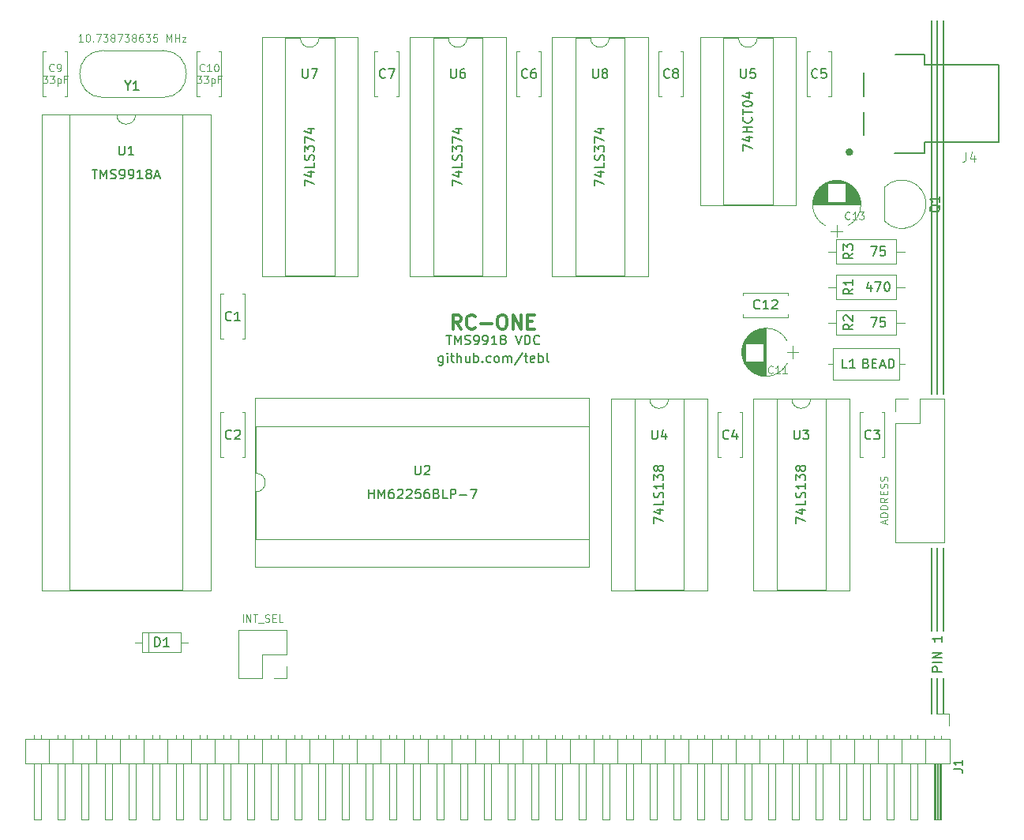
<source format=gto>
G04 #@! TF.FileFunction,Legend,Top*
%FSLAX46Y46*%
G04 Gerber Fmt 4.6, Leading zero omitted, Abs format (unit mm)*
G04 Created by KiCad (PCBNEW 4.0.7) date 01/29/20 23:24:51*
%MOMM*%
%LPD*%
G01*
G04 APERTURE LIST*
%ADD10C,0.100000*%
%ADD11C,0.150000*%
%ADD12C,0.300000*%
%ADD13C,0.200000*%
%ADD14C,0.120000*%
%ADD15C,0.127000*%
%ADD16C,0.400000*%
%ADD17C,0.015000*%
G04 APERTURE END LIST*
D10*
D11*
X140367381Y-105497381D02*
X140938810Y-105497381D01*
X140653095Y-106497381D02*
X140653095Y-105497381D01*
X141272143Y-106497381D02*
X141272143Y-105497381D01*
X141605477Y-106211667D01*
X141938810Y-105497381D01*
X141938810Y-106497381D01*
X142367381Y-106449762D02*
X142510238Y-106497381D01*
X142748334Y-106497381D01*
X142843572Y-106449762D01*
X142891191Y-106402143D01*
X142938810Y-106306905D01*
X142938810Y-106211667D01*
X142891191Y-106116429D01*
X142843572Y-106068810D01*
X142748334Y-106021190D01*
X142557857Y-105973571D01*
X142462619Y-105925952D01*
X142415000Y-105878333D01*
X142367381Y-105783095D01*
X142367381Y-105687857D01*
X142415000Y-105592619D01*
X142462619Y-105545000D01*
X142557857Y-105497381D01*
X142795953Y-105497381D01*
X142938810Y-105545000D01*
X143415000Y-106497381D02*
X143605476Y-106497381D01*
X143700715Y-106449762D01*
X143748334Y-106402143D01*
X143843572Y-106259286D01*
X143891191Y-106068810D01*
X143891191Y-105687857D01*
X143843572Y-105592619D01*
X143795953Y-105545000D01*
X143700715Y-105497381D01*
X143510238Y-105497381D01*
X143415000Y-105545000D01*
X143367381Y-105592619D01*
X143319762Y-105687857D01*
X143319762Y-105925952D01*
X143367381Y-106021190D01*
X143415000Y-106068810D01*
X143510238Y-106116429D01*
X143700715Y-106116429D01*
X143795953Y-106068810D01*
X143843572Y-106021190D01*
X143891191Y-105925952D01*
X144367381Y-106497381D02*
X144557857Y-106497381D01*
X144653096Y-106449762D01*
X144700715Y-106402143D01*
X144795953Y-106259286D01*
X144843572Y-106068810D01*
X144843572Y-105687857D01*
X144795953Y-105592619D01*
X144748334Y-105545000D01*
X144653096Y-105497381D01*
X144462619Y-105497381D01*
X144367381Y-105545000D01*
X144319762Y-105592619D01*
X144272143Y-105687857D01*
X144272143Y-105925952D01*
X144319762Y-106021190D01*
X144367381Y-106068810D01*
X144462619Y-106116429D01*
X144653096Y-106116429D01*
X144748334Y-106068810D01*
X144795953Y-106021190D01*
X144843572Y-105925952D01*
X145795953Y-106497381D02*
X145224524Y-106497381D01*
X145510238Y-106497381D02*
X145510238Y-105497381D01*
X145415000Y-105640238D01*
X145319762Y-105735476D01*
X145224524Y-105783095D01*
X146367381Y-105925952D02*
X146272143Y-105878333D01*
X146224524Y-105830714D01*
X146176905Y-105735476D01*
X146176905Y-105687857D01*
X146224524Y-105592619D01*
X146272143Y-105545000D01*
X146367381Y-105497381D01*
X146557858Y-105497381D01*
X146653096Y-105545000D01*
X146700715Y-105592619D01*
X146748334Y-105687857D01*
X146748334Y-105735476D01*
X146700715Y-105830714D01*
X146653096Y-105878333D01*
X146557858Y-105925952D01*
X146367381Y-105925952D01*
X146272143Y-105973571D01*
X146224524Y-106021190D01*
X146176905Y-106116429D01*
X146176905Y-106306905D01*
X146224524Y-106402143D01*
X146272143Y-106449762D01*
X146367381Y-106497381D01*
X146557858Y-106497381D01*
X146653096Y-106449762D01*
X146700715Y-106402143D01*
X146748334Y-106306905D01*
X146748334Y-106116429D01*
X146700715Y-106021190D01*
X146653096Y-105973571D01*
X146557858Y-105925952D01*
X147795953Y-105497381D02*
X148129286Y-106497381D01*
X148462620Y-105497381D01*
X148795953Y-106497381D02*
X148795953Y-105497381D01*
X149034048Y-105497381D01*
X149176906Y-105545000D01*
X149272144Y-105640238D01*
X149319763Y-105735476D01*
X149367382Y-105925952D01*
X149367382Y-106068810D01*
X149319763Y-106259286D01*
X149272144Y-106354524D01*
X149176906Y-106449762D01*
X149034048Y-106497381D01*
X148795953Y-106497381D01*
X150367382Y-106402143D02*
X150319763Y-106449762D01*
X150176906Y-106497381D01*
X150081668Y-106497381D01*
X149938810Y-106449762D01*
X149843572Y-106354524D01*
X149795953Y-106259286D01*
X149748334Y-106068810D01*
X149748334Y-105925952D01*
X149795953Y-105735476D01*
X149843572Y-105640238D01*
X149938810Y-105545000D01*
X150081668Y-105497381D01*
X150176906Y-105497381D01*
X150319763Y-105545000D01*
X150367382Y-105592619D01*
X140010238Y-107735714D02*
X140010238Y-108545238D01*
X139962619Y-108640476D01*
X139915000Y-108688095D01*
X139819761Y-108735714D01*
X139676904Y-108735714D01*
X139581666Y-108688095D01*
X140010238Y-108354762D02*
X139915000Y-108402381D01*
X139724523Y-108402381D01*
X139629285Y-108354762D01*
X139581666Y-108307143D01*
X139534047Y-108211905D01*
X139534047Y-107926190D01*
X139581666Y-107830952D01*
X139629285Y-107783333D01*
X139724523Y-107735714D01*
X139915000Y-107735714D01*
X140010238Y-107783333D01*
X140486428Y-108402381D02*
X140486428Y-107735714D01*
X140486428Y-107402381D02*
X140438809Y-107450000D01*
X140486428Y-107497619D01*
X140534047Y-107450000D01*
X140486428Y-107402381D01*
X140486428Y-107497619D01*
X140819761Y-107735714D02*
X141200713Y-107735714D01*
X140962618Y-107402381D02*
X140962618Y-108259524D01*
X141010237Y-108354762D01*
X141105475Y-108402381D01*
X141200713Y-108402381D01*
X141534047Y-108402381D02*
X141534047Y-107402381D01*
X141962619Y-108402381D02*
X141962619Y-107878571D01*
X141915000Y-107783333D01*
X141819762Y-107735714D01*
X141676904Y-107735714D01*
X141581666Y-107783333D01*
X141534047Y-107830952D01*
X142867381Y-107735714D02*
X142867381Y-108402381D01*
X142438809Y-107735714D02*
X142438809Y-108259524D01*
X142486428Y-108354762D01*
X142581666Y-108402381D01*
X142724524Y-108402381D01*
X142819762Y-108354762D01*
X142867381Y-108307143D01*
X143343571Y-108402381D02*
X143343571Y-107402381D01*
X143343571Y-107783333D02*
X143438809Y-107735714D01*
X143629286Y-107735714D01*
X143724524Y-107783333D01*
X143772143Y-107830952D01*
X143819762Y-107926190D01*
X143819762Y-108211905D01*
X143772143Y-108307143D01*
X143724524Y-108354762D01*
X143629286Y-108402381D01*
X143438809Y-108402381D01*
X143343571Y-108354762D01*
X144248333Y-108307143D02*
X144295952Y-108354762D01*
X144248333Y-108402381D01*
X144200714Y-108354762D01*
X144248333Y-108307143D01*
X144248333Y-108402381D01*
X145153095Y-108354762D02*
X145057857Y-108402381D01*
X144867380Y-108402381D01*
X144772142Y-108354762D01*
X144724523Y-108307143D01*
X144676904Y-108211905D01*
X144676904Y-107926190D01*
X144724523Y-107830952D01*
X144772142Y-107783333D01*
X144867380Y-107735714D01*
X145057857Y-107735714D01*
X145153095Y-107783333D01*
X145724523Y-108402381D02*
X145629285Y-108354762D01*
X145581666Y-108307143D01*
X145534047Y-108211905D01*
X145534047Y-107926190D01*
X145581666Y-107830952D01*
X145629285Y-107783333D01*
X145724523Y-107735714D01*
X145867381Y-107735714D01*
X145962619Y-107783333D01*
X146010238Y-107830952D01*
X146057857Y-107926190D01*
X146057857Y-108211905D01*
X146010238Y-108307143D01*
X145962619Y-108354762D01*
X145867381Y-108402381D01*
X145724523Y-108402381D01*
X146486428Y-108402381D02*
X146486428Y-107735714D01*
X146486428Y-107830952D02*
X146534047Y-107783333D01*
X146629285Y-107735714D01*
X146772143Y-107735714D01*
X146867381Y-107783333D01*
X146915000Y-107878571D01*
X146915000Y-108402381D01*
X146915000Y-107878571D02*
X146962619Y-107783333D01*
X147057857Y-107735714D01*
X147200714Y-107735714D01*
X147295952Y-107783333D01*
X147343571Y-107878571D01*
X147343571Y-108402381D01*
X148534047Y-107354762D02*
X147676904Y-108640476D01*
X148724523Y-107735714D02*
X149105475Y-107735714D01*
X148867380Y-107402381D02*
X148867380Y-108259524D01*
X148914999Y-108354762D01*
X149010237Y-108402381D01*
X149105475Y-108402381D01*
X149819762Y-108354762D02*
X149724524Y-108402381D01*
X149534047Y-108402381D01*
X149438809Y-108354762D01*
X149391190Y-108259524D01*
X149391190Y-107878571D01*
X149438809Y-107783333D01*
X149534047Y-107735714D01*
X149724524Y-107735714D01*
X149819762Y-107783333D01*
X149867381Y-107878571D01*
X149867381Y-107973810D01*
X149391190Y-108069048D01*
X150295952Y-108402381D02*
X150295952Y-107402381D01*
X150295952Y-107783333D02*
X150391190Y-107735714D01*
X150581667Y-107735714D01*
X150676905Y-107783333D01*
X150724524Y-107830952D01*
X150772143Y-107926190D01*
X150772143Y-108211905D01*
X150724524Y-108307143D01*
X150676905Y-108354762D01*
X150581667Y-108402381D01*
X150391190Y-108402381D01*
X150295952Y-108354762D01*
X151343571Y-108402381D02*
X151248333Y-108354762D01*
X151200714Y-108259524D01*
X151200714Y-107402381D01*
D12*
X141950714Y-104818571D02*
X141450714Y-104104286D01*
X141093571Y-104818571D02*
X141093571Y-103318571D01*
X141664999Y-103318571D01*
X141807857Y-103390000D01*
X141879285Y-103461429D01*
X141950714Y-103604286D01*
X141950714Y-103818571D01*
X141879285Y-103961429D01*
X141807857Y-104032857D01*
X141664999Y-104104286D01*
X141093571Y-104104286D01*
X143450714Y-104675714D02*
X143379285Y-104747143D01*
X143164999Y-104818571D01*
X143022142Y-104818571D01*
X142807857Y-104747143D01*
X142664999Y-104604286D01*
X142593571Y-104461429D01*
X142522142Y-104175714D01*
X142522142Y-103961429D01*
X142593571Y-103675714D01*
X142664999Y-103532857D01*
X142807857Y-103390000D01*
X143022142Y-103318571D01*
X143164999Y-103318571D01*
X143379285Y-103390000D01*
X143450714Y-103461429D01*
X144093571Y-104247143D02*
X145236428Y-104247143D01*
X146236428Y-103318571D02*
X146522142Y-103318571D01*
X146665000Y-103390000D01*
X146807857Y-103532857D01*
X146879285Y-103818571D01*
X146879285Y-104318571D01*
X146807857Y-104604286D01*
X146665000Y-104747143D01*
X146522142Y-104818571D01*
X146236428Y-104818571D01*
X146093571Y-104747143D01*
X145950714Y-104604286D01*
X145879285Y-104318571D01*
X145879285Y-103818571D01*
X145950714Y-103532857D01*
X146093571Y-103390000D01*
X146236428Y-103318571D01*
X147522143Y-104818571D02*
X147522143Y-103318571D01*
X148379286Y-104818571D01*
X148379286Y-103318571D01*
X149093572Y-104032857D02*
X149593572Y-104032857D01*
X149807858Y-104818571D02*
X149093572Y-104818571D01*
X149093572Y-103318571D01*
X149807858Y-103318571D01*
D13*
X193675000Y-111760000D02*
X193675000Y-71755000D01*
X193040000Y-71755000D02*
X193040000Y-111760000D01*
X192405000Y-111760000D02*
X192405000Y-71755000D01*
X193675000Y-137160000D02*
X193675000Y-128270000D01*
X193040000Y-128270000D02*
X193040000Y-137160000D01*
X192405000Y-137160000D02*
X192405000Y-128270000D01*
X192405000Y-146050000D02*
X192405000Y-142240000D01*
X193040000Y-142240000D02*
X193040000Y-146050000D01*
X193675000Y-146050000D02*
X193675000Y-142240000D01*
D11*
X193492381Y-141580952D02*
X192492381Y-141580952D01*
X192492381Y-141199999D01*
X192540000Y-141104761D01*
X192587619Y-141057142D01*
X192682857Y-141009523D01*
X192825714Y-141009523D01*
X192920952Y-141057142D01*
X192968571Y-141104761D01*
X193016190Y-141199999D01*
X193016190Y-141580952D01*
X193492381Y-140580952D02*
X192492381Y-140580952D01*
X193492381Y-140104762D02*
X192492381Y-140104762D01*
X193492381Y-139533333D01*
X192492381Y-139533333D01*
X193492381Y-137771428D02*
X193492381Y-138342857D01*
X193492381Y-138057143D02*
X192492381Y-138057143D01*
X192635238Y-138152381D01*
X192730476Y-138247619D01*
X192778095Y-138342857D01*
D14*
X172339278Y-108494723D02*
G75*
G03X176950580Y-108495000I2305722J1179723D01*
G01*
X172339278Y-106135277D02*
G75*
G02X176950580Y-106135000I2305722J-1179723D01*
G01*
X172339278Y-106135277D02*
G75*
G03X172339420Y-108495000I2305722J-1179723D01*
G01*
X174645000Y-109865000D02*
X174645000Y-104765000D01*
X174605000Y-109865000D02*
X174605000Y-104765000D01*
X174565000Y-109864000D02*
X174565000Y-104766000D01*
X174525000Y-109863000D02*
X174525000Y-104767000D01*
X174485000Y-109861000D02*
X174485000Y-104769000D01*
X174445000Y-109858000D02*
X174445000Y-104772000D01*
X174405000Y-109854000D02*
X174405000Y-104776000D01*
X174365000Y-109850000D02*
X174365000Y-108295000D01*
X174365000Y-106335000D02*
X174365000Y-104780000D01*
X174325000Y-109846000D02*
X174325000Y-108295000D01*
X174325000Y-106335000D02*
X174325000Y-104784000D01*
X174285000Y-109840000D02*
X174285000Y-108295000D01*
X174285000Y-106335000D02*
X174285000Y-104790000D01*
X174245000Y-109834000D02*
X174245000Y-108295000D01*
X174245000Y-106335000D02*
X174245000Y-104796000D01*
X174205000Y-109828000D02*
X174205000Y-108295000D01*
X174205000Y-106335000D02*
X174205000Y-104802000D01*
X174165000Y-109821000D02*
X174165000Y-108295000D01*
X174165000Y-106335000D02*
X174165000Y-104809000D01*
X174125000Y-109813000D02*
X174125000Y-108295000D01*
X174125000Y-106335000D02*
X174125000Y-104817000D01*
X174085000Y-109804000D02*
X174085000Y-108295000D01*
X174085000Y-106335000D02*
X174085000Y-104826000D01*
X174045000Y-109795000D02*
X174045000Y-108295000D01*
X174045000Y-106335000D02*
X174045000Y-104835000D01*
X174005000Y-109785000D02*
X174005000Y-108295000D01*
X174005000Y-106335000D02*
X174005000Y-104845000D01*
X173965000Y-109775000D02*
X173965000Y-108295000D01*
X173965000Y-106335000D02*
X173965000Y-104855000D01*
X173924000Y-109763000D02*
X173924000Y-108295000D01*
X173924000Y-106335000D02*
X173924000Y-104867000D01*
X173884000Y-109751000D02*
X173884000Y-108295000D01*
X173884000Y-106335000D02*
X173884000Y-104879000D01*
X173844000Y-109739000D02*
X173844000Y-108295000D01*
X173844000Y-106335000D02*
X173844000Y-104891000D01*
X173804000Y-109725000D02*
X173804000Y-108295000D01*
X173804000Y-106335000D02*
X173804000Y-104905000D01*
X173764000Y-109711000D02*
X173764000Y-108295000D01*
X173764000Y-106335000D02*
X173764000Y-104919000D01*
X173724000Y-109697000D02*
X173724000Y-108295000D01*
X173724000Y-106335000D02*
X173724000Y-104933000D01*
X173684000Y-109681000D02*
X173684000Y-108295000D01*
X173684000Y-106335000D02*
X173684000Y-104949000D01*
X173644000Y-109665000D02*
X173644000Y-108295000D01*
X173644000Y-106335000D02*
X173644000Y-104965000D01*
X173604000Y-109648000D02*
X173604000Y-108295000D01*
X173604000Y-106335000D02*
X173604000Y-104982000D01*
X173564000Y-109630000D02*
X173564000Y-108295000D01*
X173564000Y-106335000D02*
X173564000Y-105000000D01*
X173524000Y-109611000D02*
X173524000Y-108295000D01*
X173524000Y-106335000D02*
X173524000Y-105019000D01*
X173484000Y-109591000D02*
X173484000Y-108295000D01*
X173484000Y-106335000D02*
X173484000Y-105039000D01*
X173444000Y-109571000D02*
X173444000Y-108295000D01*
X173444000Y-106335000D02*
X173444000Y-105059000D01*
X173404000Y-109549000D02*
X173404000Y-108295000D01*
X173404000Y-106335000D02*
X173404000Y-105081000D01*
X173364000Y-109527000D02*
X173364000Y-108295000D01*
X173364000Y-106335000D02*
X173364000Y-105103000D01*
X173324000Y-109504000D02*
X173324000Y-108295000D01*
X173324000Y-106335000D02*
X173324000Y-105126000D01*
X173284000Y-109480000D02*
X173284000Y-108295000D01*
X173284000Y-106335000D02*
X173284000Y-105150000D01*
X173244000Y-109455000D02*
X173244000Y-108295000D01*
X173244000Y-106335000D02*
X173244000Y-105175000D01*
X173204000Y-109428000D02*
X173204000Y-108295000D01*
X173204000Y-106335000D02*
X173204000Y-105202000D01*
X173164000Y-109401000D02*
X173164000Y-108295000D01*
X173164000Y-106335000D02*
X173164000Y-105229000D01*
X173124000Y-109373000D02*
X173124000Y-108295000D01*
X173124000Y-106335000D02*
X173124000Y-105257000D01*
X173084000Y-109343000D02*
X173084000Y-108295000D01*
X173084000Y-106335000D02*
X173084000Y-105287000D01*
X173044000Y-109312000D02*
X173044000Y-108295000D01*
X173044000Y-106335000D02*
X173044000Y-105318000D01*
X173004000Y-109280000D02*
X173004000Y-108295000D01*
X173004000Y-106335000D02*
X173004000Y-105350000D01*
X172964000Y-109247000D02*
X172964000Y-108295000D01*
X172964000Y-106335000D02*
X172964000Y-105383000D01*
X172924000Y-109212000D02*
X172924000Y-108295000D01*
X172924000Y-106335000D02*
X172924000Y-105418000D01*
X172884000Y-109176000D02*
X172884000Y-108295000D01*
X172884000Y-106335000D02*
X172884000Y-105454000D01*
X172844000Y-109138000D02*
X172844000Y-108295000D01*
X172844000Y-106335000D02*
X172844000Y-105492000D01*
X172804000Y-109098000D02*
X172804000Y-108295000D01*
X172804000Y-106335000D02*
X172804000Y-105532000D01*
X172764000Y-109057000D02*
X172764000Y-108295000D01*
X172764000Y-106335000D02*
X172764000Y-105573000D01*
X172724000Y-109014000D02*
X172724000Y-108295000D01*
X172724000Y-106335000D02*
X172724000Y-105616000D01*
X172684000Y-108969000D02*
X172684000Y-108295000D01*
X172684000Y-106335000D02*
X172684000Y-105661000D01*
X172644000Y-108921000D02*
X172644000Y-108295000D01*
X172644000Y-106335000D02*
X172644000Y-105709000D01*
X172604000Y-108871000D02*
X172604000Y-108295000D01*
X172604000Y-106335000D02*
X172604000Y-105759000D01*
X172564000Y-108819000D02*
X172564000Y-108295000D01*
X172564000Y-106335000D02*
X172564000Y-105811000D01*
X172524000Y-108763000D02*
X172524000Y-108295000D01*
X172524000Y-106335000D02*
X172524000Y-105867000D01*
X172484000Y-108705000D02*
X172484000Y-108295000D01*
X172484000Y-106335000D02*
X172484000Y-105925000D01*
X172444000Y-108642000D02*
X172444000Y-108295000D01*
X172444000Y-106335000D02*
X172444000Y-105988000D01*
X172404000Y-108576000D02*
X172404000Y-106054000D01*
X172364000Y-108504000D02*
X172364000Y-106126000D01*
X172324000Y-108427000D02*
X172324000Y-106203000D01*
X172284000Y-108343000D02*
X172284000Y-106287000D01*
X172244000Y-108249000D02*
X172244000Y-106381000D01*
X172204000Y-108144000D02*
X172204000Y-106486000D01*
X172164000Y-108022000D02*
X172164000Y-106608000D01*
X172124000Y-107874000D02*
X172124000Y-106756000D01*
X172084000Y-107669000D02*
X172084000Y-106961000D01*
X178095000Y-107315000D02*
X176895000Y-107315000D01*
X177495000Y-107965000D02*
X177495000Y-106665000D01*
X194370000Y-148760000D02*
X95190000Y-148760000D01*
X95190000Y-148760000D02*
X95190000Y-151420000D01*
X95190000Y-151420000D02*
X194370000Y-151420000D01*
X194370000Y-151420000D02*
X194370000Y-148760000D01*
X193420000Y-151420000D02*
X193420000Y-157420000D01*
X193420000Y-157420000D02*
X192660000Y-157420000D01*
X192660000Y-157420000D02*
X192660000Y-151420000D01*
X193360000Y-151420000D02*
X193360000Y-157420000D01*
X193240000Y-151420000D02*
X193240000Y-157420000D01*
X193120000Y-151420000D02*
X193120000Y-157420000D01*
X193000000Y-151420000D02*
X193000000Y-157420000D01*
X192880000Y-151420000D02*
X192880000Y-157420000D01*
X192760000Y-151420000D02*
X192760000Y-157420000D01*
X193420000Y-148430000D02*
X193420000Y-148760000D01*
X192660000Y-148430000D02*
X192660000Y-148760000D01*
X191770000Y-148760000D02*
X191770000Y-151420000D01*
X190880000Y-151420000D02*
X190880000Y-157420000D01*
X190880000Y-157420000D02*
X190120000Y-157420000D01*
X190120000Y-157420000D02*
X190120000Y-151420000D01*
X190880000Y-148362929D02*
X190880000Y-148760000D01*
X190120000Y-148362929D02*
X190120000Y-148760000D01*
X189230000Y-148760000D02*
X189230000Y-151420000D01*
X188340000Y-151420000D02*
X188340000Y-157420000D01*
X188340000Y-157420000D02*
X187580000Y-157420000D01*
X187580000Y-157420000D02*
X187580000Y-151420000D01*
X188340000Y-148362929D02*
X188340000Y-148760000D01*
X187580000Y-148362929D02*
X187580000Y-148760000D01*
X186690000Y-148760000D02*
X186690000Y-151420000D01*
X185800000Y-151420000D02*
X185800000Y-157420000D01*
X185800000Y-157420000D02*
X185040000Y-157420000D01*
X185040000Y-157420000D02*
X185040000Y-151420000D01*
X185800000Y-148362929D02*
X185800000Y-148760000D01*
X185040000Y-148362929D02*
X185040000Y-148760000D01*
X184150000Y-148760000D02*
X184150000Y-151420000D01*
X183260000Y-151420000D02*
X183260000Y-157420000D01*
X183260000Y-157420000D02*
X182500000Y-157420000D01*
X182500000Y-157420000D02*
X182500000Y-151420000D01*
X183260000Y-148362929D02*
X183260000Y-148760000D01*
X182500000Y-148362929D02*
X182500000Y-148760000D01*
X181610000Y-148760000D02*
X181610000Y-151420000D01*
X180720000Y-151420000D02*
X180720000Y-157420000D01*
X180720000Y-157420000D02*
X179960000Y-157420000D01*
X179960000Y-157420000D02*
X179960000Y-151420000D01*
X180720000Y-148362929D02*
X180720000Y-148760000D01*
X179960000Y-148362929D02*
X179960000Y-148760000D01*
X179070000Y-148760000D02*
X179070000Y-151420000D01*
X178180000Y-151420000D02*
X178180000Y-157420000D01*
X178180000Y-157420000D02*
X177420000Y-157420000D01*
X177420000Y-157420000D02*
X177420000Y-151420000D01*
X178180000Y-148362929D02*
X178180000Y-148760000D01*
X177420000Y-148362929D02*
X177420000Y-148760000D01*
X176530000Y-148760000D02*
X176530000Y-151420000D01*
X175640000Y-151420000D02*
X175640000Y-157420000D01*
X175640000Y-157420000D02*
X174880000Y-157420000D01*
X174880000Y-157420000D02*
X174880000Y-151420000D01*
X175640000Y-148362929D02*
X175640000Y-148760000D01*
X174880000Y-148362929D02*
X174880000Y-148760000D01*
X173990000Y-148760000D02*
X173990000Y-151420000D01*
X173100000Y-151420000D02*
X173100000Y-157420000D01*
X173100000Y-157420000D02*
X172340000Y-157420000D01*
X172340000Y-157420000D02*
X172340000Y-151420000D01*
X173100000Y-148362929D02*
X173100000Y-148760000D01*
X172340000Y-148362929D02*
X172340000Y-148760000D01*
X171450000Y-148760000D02*
X171450000Y-151420000D01*
X170560000Y-151420000D02*
X170560000Y-157420000D01*
X170560000Y-157420000D02*
X169800000Y-157420000D01*
X169800000Y-157420000D02*
X169800000Y-151420000D01*
X170560000Y-148362929D02*
X170560000Y-148760000D01*
X169800000Y-148362929D02*
X169800000Y-148760000D01*
X168910000Y-148760000D02*
X168910000Y-151420000D01*
X168020000Y-151420000D02*
X168020000Y-157420000D01*
X168020000Y-157420000D02*
X167260000Y-157420000D01*
X167260000Y-157420000D02*
X167260000Y-151420000D01*
X168020000Y-148362929D02*
X168020000Y-148760000D01*
X167260000Y-148362929D02*
X167260000Y-148760000D01*
X166370000Y-148760000D02*
X166370000Y-151420000D01*
X165480000Y-151420000D02*
X165480000Y-157420000D01*
X165480000Y-157420000D02*
X164720000Y-157420000D01*
X164720000Y-157420000D02*
X164720000Y-151420000D01*
X165480000Y-148362929D02*
X165480000Y-148760000D01*
X164720000Y-148362929D02*
X164720000Y-148760000D01*
X163830000Y-148760000D02*
X163830000Y-151420000D01*
X162940000Y-151420000D02*
X162940000Y-157420000D01*
X162940000Y-157420000D02*
X162180000Y-157420000D01*
X162180000Y-157420000D02*
X162180000Y-151420000D01*
X162940000Y-148362929D02*
X162940000Y-148760000D01*
X162180000Y-148362929D02*
X162180000Y-148760000D01*
X161290000Y-148760000D02*
X161290000Y-151420000D01*
X160400000Y-151420000D02*
X160400000Y-157420000D01*
X160400000Y-157420000D02*
X159640000Y-157420000D01*
X159640000Y-157420000D02*
X159640000Y-151420000D01*
X160400000Y-148362929D02*
X160400000Y-148760000D01*
X159640000Y-148362929D02*
X159640000Y-148760000D01*
X158750000Y-148760000D02*
X158750000Y-151420000D01*
X157860000Y-151420000D02*
X157860000Y-157420000D01*
X157860000Y-157420000D02*
X157100000Y-157420000D01*
X157100000Y-157420000D02*
X157100000Y-151420000D01*
X157860000Y-148362929D02*
X157860000Y-148760000D01*
X157100000Y-148362929D02*
X157100000Y-148760000D01*
X156210000Y-148760000D02*
X156210000Y-151420000D01*
X155320000Y-151420000D02*
X155320000Y-157420000D01*
X155320000Y-157420000D02*
X154560000Y-157420000D01*
X154560000Y-157420000D02*
X154560000Y-151420000D01*
X155320000Y-148362929D02*
X155320000Y-148760000D01*
X154560000Y-148362929D02*
X154560000Y-148760000D01*
X153670000Y-148760000D02*
X153670000Y-151420000D01*
X152780000Y-151420000D02*
X152780000Y-157420000D01*
X152780000Y-157420000D02*
X152020000Y-157420000D01*
X152020000Y-157420000D02*
X152020000Y-151420000D01*
X152780000Y-148362929D02*
X152780000Y-148760000D01*
X152020000Y-148362929D02*
X152020000Y-148760000D01*
X151130000Y-148760000D02*
X151130000Y-151420000D01*
X150240000Y-151420000D02*
X150240000Y-157420000D01*
X150240000Y-157420000D02*
X149480000Y-157420000D01*
X149480000Y-157420000D02*
X149480000Y-151420000D01*
X150240000Y-148362929D02*
X150240000Y-148760000D01*
X149480000Y-148362929D02*
X149480000Y-148760000D01*
X148590000Y-148760000D02*
X148590000Y-151420000D01*
X147700000Y-151420000D02*
X147700000Y-157420000D01*
X147700000Y-157420000D02*
X146940000Y-157420000D01*
X146940000Y-157420000D02*
X146940000Y-151420000D01*
X147700000Y-148362929D02*
X147700000Y-148760000D01*
X146940000Y-148362929D02*
X146940000Y-148760000D01*
X146050000Y-148760000D02*
X146050000Y-151420000D01*
X145160000Y-151420000D02*
X145160000Y-157420000D01*
X145160000Y-157420000D02*
X144400000Y-157420000D01*
X144400000Y-157420000D02*
X144400000Y-151420000D01*
X145160000Y-148362929D02*
X145160000Y-148760000D01*
X144400000Y-148362929D02*
X144400000Y-148760000D01*
X143510000Y-148760000D02*
X143510000Y-151420000D01*
X142620000Y-151420000D02*
X142620000Y-157420000D01*
X142620000Y-157420000D02*
X141860000Y-157420000D01*
X141860000Y-157420000D02*
X141860000Y-151420000D01*
X142620000Y-148362929D02*
X142620000Y-148760000D01*
X141860000Y-148362929D02*
X141860000Y-148760000D01*
X140970000Y-148760000D02*
X140970000Y-151420000D01*
X140080000Y-151420000D02*
X140080000Y-157420000D01*
X140080000Y-157420000D02*
X139320000Y-157420000D01*
X139320000Y-157420000D02*
X139320000Y-151420000D01*
X140080000Y-148362929D02*
X140080000Y-148760000D01*
X139320000Y-148362929D02*
X139320000Y-148760000D01*
X138430000Y-148760000D02*
X138430000Y-151420000D01*
X137540000Y-151420000D02*
X137540000Y-157420000D01*
X137540000Y-157420000D02*
X136780000Y-157420000D01*
X136780000Y-157420000D02*
X136780000Y-151420000D01*
X137540000Y-148362929D02*
X137540000Y-148760000D01*
X136780000Y-148362929D02*
X136780000Y-148760000D01*
X135890000Y-148760000D02*
X135890000Y-151420000D01*
X135000000Y-151420000D02*
X135000000Y-157420000D01*
X135000000Y-157420000D02*
X134240000Y-157420000D01*
X134240000Y-157420000D02*
X134240000Y-151420000D01*
X135000000Y-148362929D02*
X135000000Y-148760000D01*
X134240000Y-148362929D02*
X134240000Y-148760000D01*
X133350000Y-148760000D02*
X133350000Y-151420000D01*
X132460000Y-151420000D02*
X132460000Y-157420000D01*
X132460000Y-157420000D02*
X131700000Y-157420000D01*
X131700000Y-157420000D02*
X131700000Y-151420000D01*
X132460000Y-148362929D02*
X132460000Y-148760000D01*
X131700000Y-148362929D02*
X131700000Y-148760000D01*
X130810000Y-148760000D02*
X130810000Y-151420000D01*
X129920000Y-151420000D02*
X129920000Y-157420000D01*
X129920000Y-157420000D02*
X129160000Y-157420000D01*
X129160000Y-157420000D02*
X129160000Y-151420000D01*
X129920000Y-148362929D02*
X129920000Y-148760000D01*
X129160000Y-148362929D02*
X129160000Y-148760000D01*
X128270000Y-148760000D02*
X128270000Y-151420000D01*
X127380000Y-151420000D02*
X127380000Y-157420000D01*
X127380000Y-157420000D02*
X126620000Y-157420000D01*
X126620000Y-157420000D02*
X126620000Y-151420000D01*
X127380000Y-148362929D02*
X127380000Y-148760000D01*
X126620000Y-148362929D02*
X126620000Y-148760000D01*
X125730000Y-148760000D02*
X125730000Y-151420000D01*
X124840000Y-151420000D02*
X124840000Y-157420000D01*
X124840000Y-157420000D02*
X124080000Y-157420000D01*
X124080000Y-157420000D02*
X124080000Y-151420000D01*
X124840000Y-148362929D02*
X124840000Y-148760000D01*
X124080000Y-148362929D02*
X124080000Y-148760000D01*
X123190000Y-148760000D02*
X123190000Y-151420000D01*
X122300000Y-151420000D02*
X122300000Y-157420000D01*
X122300000Y-157420000D02*
X121540000Y-157420000D01*
X121540000Y-157420000D02*
X121540000Y-151420000D01*
X122300000Y-148362929D02*
X122300000Y-148760000D01*
X121540000Y-148362929D02*
X121540000Y-148760000D01*
X120650000Y-148760000D02*
X120650000Y-151420000D01*
X119760000Y-151420000D02*
X119760000Y-157420000D01*
X119760000Y-157420000D02*
X119000000Y-157420000D01*
X119000000Y-157420000D02*
X119000000Y-151420000D01*
X119760000Y-148362929D02*
X119760000Y-148760000D01*
X119000000Y-148362929D02*
X119000000Y-148760000D01*
X118110000Y-148760000D02*
X118110000Y-151420000D01*
X117220000Y-151420000D02*
X117220000Y-157420000D01*
X117220000Y-157420000D02*
X116460000Y-157420000D01*
X116460000Y-157420000D02*
X116460000Y-151420000D01*
X117220000Y-148362929D02*
X117220000Y-148760000D01*
X116460000Y-148362929D02*
X116460000Y-148760000D01*
X115570000Y-148760000D02*
X115570000Y-151420000D01*
X114680000Y-151420000D02*
X114680000Y-157420000D01*
X114680000Y-157420000D02*
X113920000Y-157420000D01*
X113920000Y-157420000D02*
X113920000Y-151420000D01*
X114680000Y-148362929D02*
X114680000Y-148760000D01*
X113920000Y-148362929D02*
X113920000Y-148760000D01*
X113030000Y-148760000D02*
X113030000Y-151420000D01*
X112140000Y-151420000D02*
X112140000Y-157420000D01*
X112140000Y-157420000D02*
X111380000Y-157420000D01*
X111380000Y-157420000D02*
X111380000Y-151420000D01*
X112140000Y-148362929D02*
X112140000Y-148760000D01*
X111380000Y-148362929D02*
X111380000Y-148760000D01*
X110490000Y-148760000D02*
X110490000Y-151420000D01*
X109600000Y-151420000D02*
X109600000Y-157420000D01*
X109600000Y-157420000D02*
X108840000Y-157420000D01*
X108840000Y-157420000D02*
X108840000Y-151420000D01*
X109600000Y-148362929D02*
X109600000Y-148760000D01*
X108840000Y-148362929D02*
X108840000Y-148760000D01*
X107950000Y-148760000D02*
X107950000Y-151420000D01*
X107060000Y-151420000D02*
X107060000Y-157420000D01*
X107060000Y-157420000D02*
X106300000Y-157420000D01*
X106300000Y-157420000D02*
X106300000Y-151420000D01*
X107060000Y-148362929D02*
X107060000Y-148760000D01*
X106300000Y-148362929D02*
X106300000Y-148760000D01*
X105410000Y-148760000D02*
X105410000Y-151420000D01*
X104520000Y-151420000D02*
X104520000Y-157420000D01*
X104520000Y-157420000D02*
X103760000Y-157420000D01*
X103760000Y-157420000D02*
X103760000Y-151420000D01*
X104520000Y-148362929D02*
X104520000Y-148760000D01*
X103760000Y-148362929D02*
X103760000Y-148760000D01*
X102870000Y-148760000D02*
X102870000Y-151420000D01*
X101980000Y-151420000D02*
X101980000Y-157420000D01*
X101980000Y-157420000D02*
X101220000Y-157420000D01*
X101220000Y-157420000D02*
X101220000Y-151420000D01*
X101980000Y-148362929D02*
X101980000Y-148760000D01*
X101220000Y-148362929D02*
X101220000Y-148760000D01*
X100330000Y-148760000D02*
X100330000Y-151420000D01*
X99440000Y-151420000D02*
X99440000Y-157420000D01*
X99440000Y-157420000D02*
X98680000Y-157420000D01*
X98680000Y-157420000D02*
X98680000Y-151420000D01*
X99440000Y-148362929D02*
X99440000Y-148760000D01*
X98680000Y-148362929D02*
X98680000Y-148760000D01*
X97790000Y-148760000D02*
X97790000Y-151420000D01*
X96900000Y-151420000D02*
X96900000Y-157420000D01*
X96900000Y-157420000D02*
X96140000Y-157420000D01*
X96140000Y-157420000D02*
X96140000Y-151420000D01*
X96900000Y-148362929D02*
X96900000Y-148760000D01*
X96140000Y-148362929D02*
X96140000Y-148760000D01*
X193040000Y-146050000D02*
X194310000Y-146050000D01*
X194310000Y-146050000D02*
X194310000Y-147320000D01*
X179435000Y-112335000D02*
G75*
G02X177435000Y-112335000I-1000000J0D01*
G01*
X177435000Y-112335000D02*
X175785000Y-112335000D01*
X175785000Y-112335000D02*
X175785000Y-132775000D01*
X175785000Y-132775000D02*
X181085000Y-132775000D01*
X181085000Y-132775000D02*
X181085000Y-112335000D01*
X181085000Y-112335000D02*
X179435000Y-112335000D01*
X173295000Y-112275000D02*
X173295000Y-132835000D01*
X173295000Y-132835000D02*
X183575000Y-132835000D01*
X183575000Y-132835000D02*
X183575000Y-112275000D01*
X183575000Y-112275000D02*
X173295000Y-112275000D01*
X164195000Y-112335000D02*
G75*
G02X162195000Y-112335000I-1000000J0D01*
G01*
X162195000Y-112335000D02*
X160545000Y-112335000D01*
X160545000Y-112335000D02*
X160545000Y-132775000D01*
X160545000Y-132775000D02*
X165845000Y-132775000D01*
X165845000Y-132775000D02*
X165845000Y-112335000D01*
X165845000Y-112335000D02*
X164195000Y-112335000D01*
X158055000Y-112275000D02*
X158055000Y-132835000D01*
X158055000Y-132835000D02*
X168335000Y-132835000D01*
X168335000Y-132835000D02*
X168335000Y-112275000D01*
X168335000Y-112275000D02*
X158055000Y-112275000D01*
X188535000Y-127695000D02*
X193735000Y-127695000D01*
X188535000Y-114935000D02*
X188535000Y-127695000D01*
X193735000Y-112335000D02*
X193735000Y-127695000D01*
X188535000Y-114935000D02*
X191135000Y-114935000D01*
X191135000Y-114935000D02*
X191135000Y-112335000D01*
X191135000Y-112335000D02*
X193735000Y-112335000D01*
X188535000Y-113665000D02*
X188535000Y-112335000D01*
X188535000Y-112335000D02*
X189865000Y-112335000D01*
X118785000Y-101055000D02*
X118785000Y-105875000D01*
X116165000Y-101055000D02*
X116165000Y-105875000D01*
X118785000Y-101055000D02*
X118471000Y-101055000D01*
X116479000Y-101055000D02*
X116165000Y-101055000D01*
X118785000Y-105875000D02*
X118471000Y-105875000D01*
X116479000Y-105875000D02*
X116165000Y-105875000D01*
X187365000Y-113755000D02*
X187365000Y-118575000D01*
X184745000Y-113755000D02*
X184745000Y-118575000D01*
X187365000Y-113755000D02*
X187051000Y-113755000D01*
X185059000Y-113755000D02*
X184745000Y-113755000D01*
X187365000Y-118575000D02*
X187051000Y-118575000D01*
X185059000Y-118575000D02*
X184745000Y-118575000D01*
X118785000Y-113755000D02*
X118785000Y-118575000D01*
X116165000Y-113755000D02*
X116165000Y-118575000D01*
X118785000Y-113755000D02*
X118471000Y-113755000D01*
X116479000Y-113755000D02*
X116165000Y-113755000D01*
X118785000Y-118575000D02*
X118471000Y-118575000D01*
X116479000Y-118575000D02*
X116165000Y-118575000D01*
X172125000Y-113755000D02*
X172125000Y-118575000D01*
X169505000Y-113755000D02*
X169505000Y-118575000D01*
X172125000Y-113755000D02*
X171811000Y-113755000D01*
X169819000Y-113755000D02*
X169505000Y-113755000D01*
X172125000Y-118575000D02*
X171811000Y-118575000D01*
X169819000Y-118575000D02*
X169505000Y-118575000D01*
X188630000Y-101640000D02*
X188630000Y-99020000D01*
X188630000Y-99020000D02*
X182210000Y-99020000D01*
X182210000Y-99020000D02*
X182210000Y-101640000D01*
X182210000Y-101640000D02*
X188630000Y-101640000D01*
X189520000Y-100330000D02*
X188630000Y-100330000D01*
X181320000Y-100330000D02*
X182210000Y-100330000D01*
X188630000Y-105450000D02*
X188630000Y-102830000D01*
X188630000Y-102830000D02*
X182210000Y-102830000D01*
X182210000Y-102830000D02*
X182210000Y-105450000D01*
X182210000Y-105450000D02*
X188630000Y-105450000D01*
X189520000Y-104140000D02*
X188630000Y-104140000D01*
X181320000Y-104140000D02*
X182210000Y-104140000D01*
X182210000Y-95210000D02*
X182210000Y-97830000D01*
X182210000Y-97830000D02*
X188630000Y-97830000D01*
X188630000Y-97830000D02*
X188630000Y-95210000D01*
X188630000Y-95210000D02*
X182210000Y-95210000D01*
X181320000Y-96520000D02*
X182210000Y-96520000D01*
X189520000Y-96520000D02*
X188630000Y-96520000D01*
X109980000Y-79995000D02*
X103580000Y-79995000D01*
X109980000Y-74945000D02*
X103580000Y-74945000D01*
X109980000Y-74945000D02*
G75*
G02X109980000Y-79995000I0J-2525000D01*
G01*
X103580000Y-74945000D02*
G75*
G03X103580000Y-79995000I0J-2525000D01*
G01*
X150535000Y-75020000D02*
X150535000Y-79840000D01*
X147915000Y-75020000D02*
X147915000Y-79840000D01*
X150535000Y-75020000D02*
X150221000Y-75020000D01*
X148229000Y-75020000D02*
X147915000Y-75020000D01*
X150535000Y-79840000D02*
X150221000Y-79840000D01*
X148229000Y-79840000D02*
X147915000Y-79840000D01*
X135295000Y-75020000D02*
X135295000Y-79840000D01*
X132675000Y-75020000D02*
X132675000Y-79840000D01*
X135295000Y-75020000D02*
X134981000Y-75020000D01*
X132989000Y-75020000D02*
X132675000Y-75020000D01*
X135295000Y-79840000D02*
X134981000Y-79840000D01*
X132989000Y-79840000D02*
X132675000Y-79840000D01*
X165775000Y-75020000D02*
X165775000Y-79840000D01*
X163155000Y-75020000D02*
X163155000Y-79840000D01*
X165775000Y-75020000D02*
X165461000Y-75020000D01*
X163469000Y-75020000D02*
X163155000Y-75020000D01*
X165775000Y-79840000D02*
X165461000Y-79840000D01*
X163469000Y-79840000D02*
X163155000Y-79840000D01*
X99735000Y-75020000D02*
X99735000Y-79840000D01*
X97115000Y-75020000D02*
X97115000Y-79840000D01*
X99735000Y-75020000D02*
X99421000Y-75020000D01*
X97429000Y-75020000D02*
X97115000Y-75020000D01*
X99735000Y-79840000D02*
X99421000Y-79840000D01*
X97429000Y-79840000D02*
X97115000Y-79840000D01*
X116245000Y-75020000D02*
X116245000Y-79840000D01*
X113625000Y-75020000D02*
X113625000Y-79840000D01*
X116245000Y-75020000D02*
X115931000Y-75020000D01*
X113939000Y-75020000D02*
X113625000Y-75020000D01*
X116245000Y-79840000D02*
X115931000Y-79840000D01*
X113939000Y-79840000D02*
X113625000Y-79840000D01*
X172175000Y-100925000D02*
X176995000Y-100925000D01*
X172175000Y-103545000D02*
X176995000Y-103545000D01*
X172175000Y-100925000D02*
X172175000Y-101239000D01*
X172175000Y-103231000D02*
X172175000Y-103545000D01*
X176995000Y-100925000D02*
X176995000Y-101239000D01*
X176995000Y-103231000D02*
X176995000Y-103545000D01*
X181065277Y-89154278D02*
G75*
G03X181065000Y-93765580I1179723J-2305722D01*
G01*
X183424723Y-89154278D02*
G75*
G02X183425000Y-93765580I-1179723J-2305722D01*
G01*
X183424723Y-89154278D02*
G75*
G03X181065000Y-89154420I-1179723J-2305722D01*
G01*
X179695000Y-91460000D02*
X184795000Y-91460000D01*
X179695000Y-91420000D02*
X184795000Y-91420000D01*
X179696000Y-91380000D02*
X184794000Y-91380000D01*
X179697000Y-91340000D02*
X184793000Y-91340000D01*
X179699000Y-91300000D02*
X184791000Y-91300000D01*
X179702000Y-91260000D02*
X184788000Y-91260000D01*
X179706000Y-91220000D02*
X184784000Y-91220000D01*
X179710000Y-91180000D02*
X181265000Y-91180000D01*
X183225000Y-91180000D02*
X184780000Y-91180000D01*
X179714000Y-91140000D02*
X181265000Y-91140000D01*
X183225000Y-91140000D02*
X184776000Y-91140000D01*
X179720000Y-91100000D02*
X181265000Y-91100000D01*
X183225000Y-91100000D02*
X184770000Y-91100000D01*
X179726000Y-91060000D02*
X181265000Y-91060000D01*
X183225000Y-91060000D02*
X184764000Y-91060000D01*
X179732000Y-91020000D02*
X181265000Y-91020000D01*
X183225000Y-91020000D02*
X184758000Y-91020000D01*
X179739000Y-90980000D02*
X181265000Y-90980000D01*
X183225000Y-90980000D02*
X184751000Y-90980000D01*
X179747000Y-90940000D02*
X181265000Y-90940000D01*
X183225000Y-90940000D02*
X184743000Y-90940000D01*
X179756000Y-90900000D02*
X181265000Y-90900000D01*
X183225000Y-90900000D02*
X184734000Y-90900000D01*
X179765000Y-90860000D02*
X181265000Y-90860000D01*
X183225000Y-90860000D02*
X184725000Y-90860000D01*
X179775000Y-90820000D02*
X181265000Y-90820000D01*
X183225000Y-90820000D02*
X184715000Y-90820000D01*
X179785000Y-90780000D02*
X181265000Y-90780000D01*
X183225000Y-90780000D02*
X184705000Y-90780000D01*
X179797000Y-90739000D02*
X181265000Y-90739000D01*
X183225000Y-90739000D02*
X184693000Y-90739000D01*
X179809000Y-90699000D02*
X181265000Y-90699000D01*
X183225000Y-90699000D02*
X184681000Y-90699000D01*
X179821000Y-90659000D02*
X181265000Y-90659000D01*
X183225000Y-90659000D02*
X184669000Y-90659000D01*
X179835000Y-90619000D02*
X181265000Y-90619000D01*
X183225000Y-90619000D02*
X184655000Y-90619000D01*
X179849000Y-90579000D02*
X181265000Y-90579000D01*
X183225000Y-90579000D02*
X184641000Y-90579000D01*
X179863000Y-90539000D02*
X181265000Y-90539000D01*
X183225000Y-90539000D02*
X184627000Y-90539000D01*
X179879000Y-90499000D02*
X181265000Y-90499000D01*
X183225000Y-90499000D02*
X184611000Y-90499000D01*
X179895000Y-90459000D02*
X181265000Y-90459000D01*
X183225000Y-90459000D02*
X184595000Y-90459000D01*
X179912000Y-90419000D02*
X181265000Y-90419000D01*
X183225000Y-90419000D02*
X184578000Y-90419000D01*
X179930000Y-90379000D02*
X181265000Y-90379000D01*
X183225000Y-90379000D02*
X184560000Y-90379000D01*
X179949000Y-90339000D02*
X181265000Y-90339000D01*
X183225000Y-90339000D02*
X184541000Y-90339000D01*
X179969000Y-90299000D02*
X181265000Y-90299000D01*
X183225000Y-90299000D02*
X184521000Y-90299000D01*
X179989000Y-90259000D02*
X181265000Y-90259000D01*
X183225000Y-90259000D02*
X184501000Y-90259000D01*
X180011000Y-90219000D02*
X181265000Y-90219000D01*
X183225000Y-90219000D02*
X184479000Y-90219000D01*
X180033000Y-90179000D02*
X181265000Y-90179000D01*
X183225000Y-90179000D02*
X184457000Y-90179000D01*
X180056000Y-90139000D02*
X181265000Y-90139000D01*
X183225000Y-90139000D02*
X184434000Y-90139000D01*
X180080000Y-90099000D02*
X181265000Y-90099000D01*
X183225000Y-90099000D02*
X184410000Y-90099000D01*
X180105000Y-90059000D02*
X181265000Y-90059000D01*
X183225000Y-90059000D02*
X184385000Y-90059000D01*
X180132000Y-90019000D02*
X181265000Y-90019000D01*
X183225000Y-90019000D02*
X184358000Y-90019000D01*
X180159000Y-89979000D02*
X181265000Y-89979000D01*
X183225000Y-89979000D02*
X184331000Y-89979000D01*
X180187000Y-89939000D02*
X181265000Y-89939000D01*
X183225000Y-89939000D02*
X184303000Y-89939000D01*
X180217000Y-89899000D02*
X181265000Y-89899000D01*
X183225000Y-89899000D02*
X184273000Y-89899000D01*
X180248000Y-89859000D02*
X181265000Y-89859000D01*
X183225000Y-89859000D02*
X184242000Y-89859000D01*
X180280000Y-89819000D02*
X181265000Y-89819000D01*
X183225000Y-89819000D02*
X184210000Y-89819000D01*
X180313000Y-89779000D02*
X181265000Y-89779000D01*
X183225000Y-89779000D02*
X184177000Y-89779000D01*
X180348000Y-89739000D02*
X181265000Y-89739000D01*
X183225000Y-89739000D02*
X184142000Y-89739000D01*
X180384000Y-89699000D02*
X181265000Y-89699000D01*
X183225000Y-89699000D02*
X184106000Y-89699000D01*
X180422000Y-89659000D02*
X181265000Y-89659000D01*
X183225000Y-89659000D02*
X184068000Y-89659000D01*
X180462000Y-89619000D02*
X181265000Y-89619000D01*
X183225000Y-89619000D02*
X184028000Y-89619000D01*
X180503000Y-89579000D02*
X181265000Y-89579000D01*
X183225000Y-89579000D02*
X183987000Y-89579000D01*
X180546000Y-89539000D02*
X181265000Y-89539000D01*
X183225000Y-89539000D02*
X183944000Y-89539000D01*
X180591000Y-89499000D02*
X181265000Y-89499000D01*
X183225000Y-89499000D02*
X183899000Y-89499000D01*
X180639000Y-89459000D02*
X181265000Y-89459000D01*
X183225000Y-89459000D02*
X183851000Y-89459000D01*
X180689000Y-89419000D02*
X181265000Y-89419000D01*
X183225000Y-89419000D02*
X183801000Y-89419000D01*
X180741000Y-89379000D02*
X181265000Y-89379000D01*
X183225000Y-89379000D02*
X183749000Y-89379000D01*
X180797000Y-89339000D02*
X181265000Y-89339000D01*
X183225000Y-89339000D02*
X183693000Y-89339000D01*
X180855000Y-89299000D02*
X181265000Y-89299000D01*
X183225000Y-89299000D02*
X183635000Y-89299000D01*
X180918000Y-89259000D02*
X181265000Y-89259000D01*
X183225000Y-89259000D02*
X183572000Y-89259000D01*
X180984000Y-89219000D02*
X183506000Y-89219000D01*
X181056000Y-89179000D02*
X183434000Y-89179000D01*
X181133000Y-89139000D02*
X183357000Y-89139000D01*
X181217000Y-89099000D02*
X183273000Y-89099000D01*
X181311000Y-89059000D02*
X183179000Y-89059000D01*
X181416000Y-89019000D02*
X183074000Y-89019000D01*
X181538000Y-88979000D02*
X182952000Y-88979000D01*
X181686000Y-88939000D02*
X182804000Y-88939000D01*
X181891000Y-88899000D02*
X182599000Y-88899000D01*
X182245000Y-94910000D02*
X182245000Y-93710000D01*
X181595000Y-94310000D02*
X182895000Y-94310000D01*
X107795000Y-137370000D02*
X107795000Y-139490000D01*
X107795000Y-139490000D02*
X111915000Y-139490000D01*
X111915000Y-139490000D02*
X111915000Y-137370000D01*
X111915000Y-137370000D02*
X107795000Y-137370000D01*
X107025000Y-138430000D02*
X107795000Y-138430000D01*
X112685000Y-138430000D02*
X111915000Y-138430000D01*
X108455000Y-137370000D02*
X108455000Y-139490000D01*
X123250000Y-137100000D02*
X118050000Y-137100000D01*
X123250000Y-139700000D02*
X123250000Y-137100000D01*
X118050000Y-142300000D02*
X118050000Y-137100000D01*
X123250000Y-139700000D02*
X120650000Y-139700000D01*
X120650000Y-139700000D02*
X120650000Y-142300000D01*
X120650000Y-142300000D02*
X118050000Y-142300000D01*
X123250000Y-140970000D02*
X123250000Y-142300000D01*
X123250000Y-142300000D02*
X121920000Y-142300000D01*
D15*
X191655000Y-84795000D02*
X199655000Y-84795000D01*
X199655000Y-84795000D02*
X199655000Y-76495000D01*
X199655000Y-76495000D02*
X191655000Y-76495000D01*
X191655000Y-76495000D02*
X191655000Y-75345000D01*
X191655000Y-75345000D02*
X188555000Y-75345000D01*
X191655000Y-85945000D02*
X191655000Y-84795000D01*
X188455000Y-85945000D02*
X191655000Y-85945000D01*
X185155000Y-77295000D02*
X185155000Y-79845000D01*
X185155000Y-81545000D02*
X185155000Y-84045000D01*
D16*
X183805000Y-85845000D02*
G75*
G03X183805000Y-85845000I-200000J0D01*
G01*
D14*
X187380000Y-89640000D02*
X187380000Y-93240000D01*
X187391522Y-89601522D02*
G75*
G02X191830000Y-91440000I1838478J-1838478D01*
G01*
X187391522Y-93278478D02*
G75*
G03X191830000Y-91440000I1838478J1838478D01*
G01*
X107045000Y-81855000D02*
G75*
G02X105045000Y-81855000I-1000000J0D01*
G01*
X105045000Y-81855000D02*
X99985000Y-81855000D01*
X99985000Y-81855000D02*
X99985000Y-132775000D01*
X99985000Y-132775000D02*
X112105000Y-132775000D01*
X112105000Y-132775000D02*
X112105000Y-81855000D01*
X112105000Y-81855000D02*
X107045000Y-81855000D01*
X96985000Y-81795000D02*
X96985000Y-132835000D01*
X96985000Y-132835000D02*
X115105000Y-132835000D01*
X115105000Y-132835000D02*
X115105000Y-81795000D01*
X115105000Y-81795000D02*
X96985000Y-81795000D01*
X119955000Y-120285000D02*
G75*
G02X119955000Y-122285000I0J-1000000D01*
G01*
X119955000Y-122285000D02*
X119955000Y-127345000D01*
X119955000Y-127345000D02*
X155635000Y-127345000D01*
X155635000Y-127345000D02*
X155635000Y-115225000D01*
X155635000Y-115225000D02*
X119955000Y-115225000D01*
X119955000Y-115225000D02*
X119955000Y-120285000D01*
X119895000Y-130345000D02*
X155695000Y-130345000D01*
X155695000Y-130345000D02*
X155695000Y-112225000D01*
X155695000Y-112225000D02*
X119895000Y-112225000D01*
X119895000Y-112225000D02*
X119895000Y-130345000D01*
X173720000Y-73600000D02*
G75*
G02X171720000Y-73600000I-1000000J0D01*
G01*
X171720000Y-73600000D02*
X170070000Y-73600000D01*
X170070000Y-73600000D02*
X170070000Y-91500000D01*
X170070000Y-91500000D02*
X175370000Y-91500000D01*
X175370000Y-91500000D02*
X175370000Y-73600000D01*
X175370000Y-73600000D02*
X173720000Y-73600000D01*
X167580000Y-73540000D02*
X167580000Y-91560000D01*
X167580000Y-91560000D02*
X177860000Y-91560000D01*
X177860000Y-91560000D02*
X177860000Y-73540000D01*
X177860000Y-73540000D02*
X167580000Y-73540000D01*
X142605000Y-73600000D02*
G75*
G02X140605000Y-73600000I-1000000J0D01*
G01*
X140605000Y-73600000D02*
X138955000Y-73600000D01*
X138955000Y-73600000D02*
X138955000Y-99120000D01*
X138955000Y-99120000D02*
X144255000Y-99120000D01*
X144255000Y-99120000D02*
X144255000Y-73600000D01*
X144255000Y-73600000D02*
X142605000Y-73600000D01*
X136465000Y-73540000D02*
X136465000Y-99180000D01*
X136465000Y-99180000D02*
X146745000Y-99180000D01*
X146745000Y-99180000D02*
X146745000Y-73540000D01*
X146745000Y-73540000D02*
X136465000Y-73540000D01*
X126730000Y-73600000D02*
G75*
G02X124730000Y-73600000I-1000000J0D01*
G01*
X124730000Y-73600000D02*
X123080000Y-73600000D01*
X123080000Y-73600000D02*
X123080000Y-99120000D01*
X123080000Y-99120000D02*
X128380000Y-99120000D01*
X128380000Y-99120000D02*
X128380000Y-73600000D01*
X128380000Y-73600000D02*
X126730000Y-73600000D01*
X120590000Y-73540000D02*
X120590000Y-99180000D01*
X120590000Y-99180000D02*
X130870000Y-99180000D01*
X130870000Y-99180000D02*
X130870000Y-73540000D01*
X130870000Y-73540000D02*
X120590000Y-73540000D01*
X157845000Y-73600000D02*
G75*
G02X155845000Y-73600000I-1000000J0D01*
G01*
X155845000Y-73600000D02*
X154195000Y-73600000D01*
X154195000Y-73600000D02*
X154195000Y-99120000D01*
X154195000Y-99120000D02*
X159495000Y-99120000D01*
X159495000Y-99120000D02*
X159495000Y-73600000D01*
X159495000Y-73600000D02*
X157845000Y-73600000D01*
X151705000Y-73540000D02*
X151705000Y-99180000D01*
X151705000Y-99180000D02*
X161985000Y-99180000D01*
X161985000Y-99180000D02*
X161985000Y-73540000D01*
X161985000Y-73540000D02*
X151705000Y-73540000D01*
X181650000Y-75020000D02*
X181650000Y-79840000D01*
X179030000Y-75020000D02*
X179030000Y-79840000D01*
X181650000Y-75020000D02*
X181336000Y-75020000D01*
X179344000Y-75020000D02*
X179030000Y-75020000D01*
X181650000Y-79840000D02*
X181336000Y-79840000D01*
X179344000Y-79840000D02*
X179030000Y-79840000D01*
X188980000Y-110295000D02*
X188980000Y-106875000D01*
X188980000Y-106875000D02*
X181860000Y-106875000D01*
X181860000Y-106875000D02*
X181860000Y-110295000D01*
X181860000Y-110295000D02*
X188980000Y-110295000D01*
X189520000Y-108585000D02*
X188980000Y-108585000D01*
X181320000Y-108585000D02*
X181860000Y-108585000D01*
D10*
X175380714Y-109505714D02*
X175342619Y-109543810D01*
X175228333Y-109581905D01*
X175152143Y-109581905D01*
X175037857Y-109543810D01*
X174961666Y-109467619D01*
X174923571Y-109391429D01*
X174885476Y-109239048D01*
X174885476Y-109124762D01*
X174923571Y-108972381D01*
X174961666Y-108896190D01*
X175037857Y-108820000D01*
X175152143Y-108781905D01*
X175228333Y-108781905D01*
X175342619Y-108820000D01*
X175380714Y-108858095D01*
X176142619Y-109581905D02*
X175685476Y-109581905D01*
X175914047Y-109581905D02*
X175914047Y-108781905D01*
X175837857Y-108896190D01*
X175761666Y-108972381D01*
X175685476Y-109010476D01*
X176904524Y-109581905D02*
X176447381Y-109581905D01*
X176675952Y-109581905D02*
X176675952Y-108781905D01*
X176599762Y-108896190D01*
X176523571Y-108972381D01*
X176447381Y-109010476D01*
D11*
X194762381Y-152038333D02*
X195476667Y-152038333D01*
X195619524Y-152085953D01*
X195714762Y-152181191D01*
X195762381Y-152324048D01*
X195762381Y-152419286D01*
X195762381Y-151038333D02*
X195762381Y-151609762D01*
X195762381Y-151324048D02*
X194762381Y-151324048D01*
X194905238Y-151419286D01*
X195000476Y-151514524D01*
X195048095Y-151609762D01*
X177673095Y-115657381D02*
X177673095Y-116466905D01*
X177720714Y-116562143D01*
X177768333Y-116609762D01*
X177863571Y-116657381D01*
X178054048Y-116657381D01*
X178149286Y-116609762D01*
X178196905Y-116562143D01*
X178244524Y-116466905D01*
X178244524Y-115657381D01*
X178625476Y-115657381D02*
X179244524Y-115657381D01*
X178911190Y-116038333D01*
X179054048Y-116038333D01*
X179149286Y-116085952D01*
X179196905Y-116133571D01*
X179244524Y-116228810D01*
X179244524Y-116466905D01*
X179196905Y-116562143D01*
X179149286Y-116609762D01*
X179054048Y-116657381D01*
X178768333Y-116657381D01*
X178673095Y-116609762D01*
X178625476Y-116562143D01*
X177887381Y-125674048D02*
X177887381Y-125007381D01*
X178887381Y-125435953D01*
X178220714Y-124197857D02*
X178887381Y-124197857D01*
X177839762Y-124435953D02*
X178554048Y-124674048D01*
X178554048Y-124055000D01*
X178887381Y-123197857D02*
X178887381Y-123674048D01*
X177887381Y-123674048D01*
X178839762Y-122912143D02*
X178887381Y-122769286D01*
X178887381Y-122531190D01*
X178839762Y-122435952D01*
X178792143Y-122388333D01*
X178696905Y-122340714D01*
X178601667Y-122340714D01*
X178506429Y-122388333D01*
X178458810Y-122435952D01*
X178411190Y-122531190D01*
X178363571Y-122721667D01*
X178315952Y-122816905D01*
X178268333Y-122864524D01*
X178173095Y-122912143D01*
X178077857Y-122912143D01*
X177982619Y-122864524D01*
X177935000Y-122816905D01*
X177887381Y-122721667D01*
X177887381Y-122483571D01*
X177935000Y-122340714D01*
X178887381Y-121388333D02*
X178887381Y-121959762D01*
X178887381Y-121674048D02*
X177887381Y-121674048D01*
X178030238Y-121769286D01*
X178125476Y-121864524D01*
X178173095Y-121959762D01*
X177887381Y-121055000D02*
X177887381Y-120435952D01*
X178268333Y-120769286D01*
X178268333Y-120626428D01*
X178315952Y-120531190D01*
X178363571Y-120483571D01*
X178458810Y-120435952D01*
X178696905Y-120435952D01*
X178792143Y-120483571D01*
X178839762Y-120531190D01*
X178887381Y-120626428D01*
X178887381Y-120912143D01*
X178839762Y-121007381D01*
X178792143Y-121055000D01*
X178315952Y-119864524D02*
X178268333Y-119959762D01*
X178220714Y-120007381D01*
X178125476Y-120055000D01*
X178077857Y-120055000D01*
X177982619Y-120007381D01*
X177935000Y-119959762D01*
X177887381Y-119864524D01*
X177887381Y-119674047D01*
X177935000Y-119578809D01*
X177982619Y-119531190D01*
X178077857Y-119483571D01*
X178125476Y-119483571D01*
X178220714Y-119531190D01*
X178268333Y-119578809D01*
X178315952Y-119674047D01*
X178315952Y-119864524D01*
X178363571Y-119959762D01*
X178411190Y-120007381D01*
X178506429Y-120055000D01*
X178696905Y-120055000D01*
X178792143Y-120007381D01*
X178839762Y-119959762D01*
X178887381Y-119864524D01*
X178887381Y-119674047D01*
X178839762Y-119578809D01*
X178792143Y-119531190D01*
X178696905Y-119483571D01*
X178506429Y-119483571D01*
X178411190Y-119531190D01*
X178363571Y-119578809D01*
X178315952Y-119674047D01*
X162433095Y-115657381D02*
X162433095Y-116466905D01*
X162480714Y-116562143D01*
X162528333Y-116609762D01*
X162623571Y-116657381D01*
X162814048Y-116657381D01*
X162909286Y-116609762D01*
X162956905Y-116562143D01*
X163004524Y-116466905D01*
X163004524Y-115657381D01*
X163909286Y-115990714D02*
X163909286Y-116657381D01*
X163671190Y-115609762D02*
X163433095Y-116324048D01*
X164052143Y-116324048D01*
X162647381Y-125674048D02*
X162647381Y-125007381D01*
X163647381Y-125435953D01*
X162980714Y-124197857D02*
X163647381Y-124197857D01*
X162599762Y-124435953D02*
X163314048Y-124674048D01*
X163314048Y-124055000D01*
X163647381Y-123197857D02*
X163647381Y-123674048D01*
X162647381Y-123674048D01*
X163599762Y-122912143D02*
X163647381Y-122769286D01*
X163647381Y-122531190D01*
X163599762Y-122435952D01*
X163552143Y-122388333D01*
X163456905Y-122340714D01*
X163361667Y-122340714D01*
X163266429Y-122388333D01*
X163218810Y-122435952D01*
X163171190Y-122531190D01*
X163123571Y-122721667D01*
X163075952Y-122816905D01*
X163028333Y-122864524D01*
X162933095Y-122912143D01*
X162837857Y-122912143D01*
X162742619Y-122864524D01*
X162695000Y-122816905D01*
X162647381Y-122721667D01*
X162647381Y-122483571D01*
X162695000Y-122340714D01*
X163647381Y-121388333D02*
X163647381Y-121959762D01*
X163647381Y-121674048D02*
X162647381Y-121674048D01*
X162790238Y-121769286D01*
X162885476Y-121864524D01*
X162933095Y-121959762D01*
X162647381Y-121055000D02*
X162647381Y-120435952D01*
X163028333Y-120769286D01*
X163028333Y-120626428D01*
X163075952Y-120531190D01*
X163123571Y-120483571D01*
X163218810Y-120435952D01*
X163456905Y-120435952D01*
X163552143Y-120483571D01*
X163599762Y-120531190D01*
X163647381Y-120626428D01*
X163647381Y-120912143D01*
X163599762Y-121007381D01*
X163552143Y-121055000D01*
X163075952Y-119864524D02*
X163028333Y-119959762D01*
X162980714Y-120007381D01*
X162885476Y-120055000D01*
X162837857Y-120055000D01*
X162742619Y-120007381D01*
X162695000Y-119959762D01*
X162647381Y-119864524D01*
X162647381Y-119674047D01*
X162695000Y-119578809D01*
X162742619Y-119531190D01*
X162837857Y-119483571D01*
X162885476Y-119483571D01*
X162980714Y-119531190D01*
X163028333Y-119578809D01*
X163075952Y-119674047D01*
X163075952Y-119864524D01*
X163123571Y-119959762D01*
X163171190Y-120007381D01*
X163266429Y-120055000D01*
X163456905Y-120055000D01*
X163552143Y-120007381D01*
X163599762Y-119959762D01*
X163647381Y-119864524D01*
X163647381Y-119674047D01*
X163599762Y-119578809D01*
X163552143Y-119531190D01*
X163456905Y-119483571D01*
X163266429Y-119483571D01*
X163171190Y-119531190D01*
X163123571Y-119578809D01*
X163075952Y-119674047D01*
D10*
X187458333Y-125704286D02*
X187458333Y-125323334D01*
X187686905Y-125780477D02*
X186886905Y-125513810D01*
X187686905Y-125247143D01*
X187686905Y-124980477D02*
X186886905Y-124980477D01*
X186886905Y-124790001D01*
X186925000Y-124675715D01*
X187001190Y-124599524D01*
X187077381Y-124561429D01*
X187229762Y-124523334D01*
X187344048Y-124523334D01*
X187496429Y-124561429D01*
X187572619Y-124599524D01*
X187648810Y-124675715D01*
X187686905Y-124790001D01*
X187686905Y-124980477D01*
X187686905Y-124180477D02*
X186886905Y-124180477D01*
X186886905Y-123990001D01*
X186925000Y-123875715D01*
X187001190Y-123799524D01*
X187077381Y-123761429D01*
X187229762Y-123723334D01*
X187344048Y-123723334D01*
X187496429Y-123761429D01*
X187572619Y-123799524D01*
X187648810Y-123875715D01*
X187686905Y-123990001D01*
X187686905Y-124180477D01*
X187686905Y-122923334D02*
X187305952Y-123190001D01*
X187686905Y-123380477D02*
X186886905Y-123380477D01*
X186886905Y-123075715D01*
X186925000Y-122999524D01*
X186963095Y-122961429D01*
X187039286Y-122923334D01*
X187153571Y-122923334D01*
X187229762Y-122961429D01*
X187267857Y-122999524D01*
X187305952Y-123075715D01*
X187305952Y-123380477D01*
X187267857Y-122580477D02*
X187267857Y-122313810D01*
X187686905Y-122199524D02*
X187686905Y-122580477D01*
X186886905Y-122580477D01*
X186886905Y-122199524D01*
X187648810Y-121894762D02*
X187686905Y-121780476D01*
X187686905Y-121590000D01*
X187648810Y-121513810D01*
X187610714Y-121475714D01*
X187534524Y-121437619D01*
X187458333Y-121437619D01*
X187382143Y-121475714D01*
X187344048Y-121513810D01*
X187305952Y-121590000D01*
X187267857Y-121742381D01*
X187229762Y-121818572D01*
X187191667Y-121856667D01*
X187115476Y-121894762D01*
X187039286Y-121894762D01*
X186963095Y-121856667D01*
X186925000Y-121818572D01*
X186886905Y-121742381D01*
X186886905Y-121551905D01*
X186925000Y-121437619D01*
X187648810Y-121132857D02*
X187686905Y-121018571D01*
X187686905Y-120828095D01*
X187648810Y-120751905D01*
X187610714Y-120713809D01*
X187534524Y-120675714D01*
X187458333Y-120675714D01*
X187382143Y-120713809D01*
X187344048Y-120751905D01*
X187305952Y-120828095D01*
X187267857Y-120980476D01*
X187229762Y-121056667D01*
X187191667Y-121094762D01*
X187115476Y-121132857D01*
X187039286Y-121132857D01*
X186963095Y-121094762D01*
X186925000Y-121056667D01*
X186886905Y-120980476D01*
X186886905Y-120790000D01*
X186925000Y-120675714D01*
D11*
X117308334Y-103862143D02*
X117260715Y-103909762D01*
X117117858Y-103957381D01*
X117022620Y-103957381D01*
X116879762Y-103909762D01*
X116784524Y-103814524D01*
X116736905Y-103719286D01*
X116689286Y-103528810D01*
X116689286Y-103385952D01*
X116736905Y-103195476D01*
X116784524Y-103100238D01*
X116879762Y-103005000D01*
X117022620Y-102957381D01*
X117117858Y-102957381D01*
X117260715Y-103005000D01*
X117308334Y-103052619D01*
X118260715Y-103957381D02*
X117689286Y-103957381D01*
X117975000Y-103957381D02*
X117975000Y-102957381D01*
X117879762Y-103100238D01*
X117784524Y-103195476D01*
X117689286Y-103243095D01*
X185888334Y-116562143D02*
X185840715Y-116609762D01*
X185697858Y-116657381D01*
X185602620Y-116657381D01*
X185459762Y-116609762D01*
X185364524Y-116514524D01*
X185316905Y-116419286D01*
X185269286Y-116228810D01*
X185269286Y-116085952D01*
X185316905Y-115895476D01*
X185364524Y-115800238D01*
X185459762Y-115705000D01*
X185602620Y-115657381D01*
X185697858Y-115657381D01*
X185840715Y-115705000D01*
X185888334Y-115752619D01*
X186221667Y-115657381D02*
X186840715Y-115657381D01*
X186507381Y-116038333D01*
X186650239Y-116038333D01*
X186745477Y-116085952D01*
X186793096Y-116133571D01*
X186840715Y-116228810D01*
X186840715Y-116466905D01*
X186793096Y-116562143D01*
X186745477Y-116609762D01*
X186650239Y-116657381D01*
X186364524Y-116657381D01*
X186269286Y-116609762D01*
X186221667Y-116562143D01*
X117308334Y-116562143D02*
X117260715Y-116609762D01*
X117117858Y-116657381D01*
X117022620Y-116657381D01*
X116879762Y-116609762D01*
X116784524Y-116514524D01*
X116736905Y-116419286D01*
X116689286Y-116228810D01*
X116689286Y-116085952D01*
X116736905Y-115895476D01*
X116784524Y-115800238D01*
X116879762Y-115705000D01*
X117022620Y-115657381D01*
X117117858Y-115657381D01*
X117260715Y-115705000D01*
X117308334Y-115752619D01*
X117689286Y-115752619D02*
X117736905Y-115705000D01*
X117832143Y-115657381D01*
X118070239Y-115657381D01*
X118165477Y-115705000D01*
X118213096Y-115752619D01*
X118260715Y-115847857D01*
X118260715Y-115943095D01*
X118213096Y-116085952D01*
X117641667Y-116657381D01*
X118260715Y-116657381D01*
X170648334Y-116562143D02*
X170600715Y-116609762D01*
X170457858Y-116657381D01*
X170362620Y-116657381D01*
X170219762Y-116609762D01*
X170124524Y-116514524D01*
X170076905Y-116419286D01*
X170029286Y-116228810D01*
X170029286Y-116085952D01*
X170076905Y-115895476D01*
X170124524Y-115800238D01*
X170219762Y-115705000D01*
X170362620Y-115657381D01*
X170457858Y-115657381D01*
X170600715Y-115705000D01*
X170648334Y-115752619D01*
X171505477Y-115990714D02*
X171505477Y-116657381D01*
X171267381Y-115609762D02*
X171029286Y-116324048D01*
X171648334Y-116324048D01*
X183967381Y-100496666D02*
X183491190Y-100830000D01*
X183967381Y-101068095D02*
X182967381Y-101068095D01*
X182967381Y-100687142D01*
X183015000Y-100591904D01*
X183062619Y-100544285D01*
X183157857Y-100496666D01*
X183300714Y-100496666D01*
X183395952Y-100544285D01*
X183443571Y-100591904D01*
X183491190Y-100687142D01*
X183491190Y-101068095D01*
X183967381Y-99544285D02*
X183967381Y-100115714D01*
X183967381Y-99830000D02*
X182967381Y-99830000D01*
X183110238Y-99925238D01*
X183205476Y-100020476D01*
X183253095Y-100115714D01*
X185928096Y-100115714D02*
X185928096Y-100782381D01*
X185690000Y-99734762D02*
X185451905Y-100449048D01*
X186070953Y-100449048D01*
X186356667Y-99782381D02*
X187023334Y-99782381D01*
X186594762Y-100782381D01*
X187594762Y-99782381D02*
X187690001Y-99782381D01*
X187785239Y-99830000D01*
X187832858Y-99877619D01*
X187880477Y-99972857D01*
X187928096Y-100163333D01*
X187928096Y-100401429D01*
X187880477Y-100591905D01*
X187832858Y-100687143D01*
X187785239Y-100734762D01*
X187690001Y-100782381D01*
X187594762Y-100782381D01*
X187499524Y-100734762D01*
X187451905Y-100687143D01*
X187404286Y-100591905D01*
X187356667Y-100401429D01*
X187356667Y-100163333D01*
X187404286Y-99972857D01*
X187451905Y-99877619D01*
X187499524Y-99830000D01*
X187594762Y-99782381D01*
X183967381Y-104306666D02*
X183491190Y-104640000D01*
X183967381Y-104878095D02*
X182967381Y-104878095D01*
X182967381Y-104497142D01*
X183015000Y-104401904D01*
X183062619Y-104354285D01*
X183157857Y-104306666D01*
X183300714Y-104306666D01*
X183395952Y-104354285D01*
X183443571Y-104401904D01*
X183491190Y-104497142D01*
X183491190Y-104878095D01*
X183062619Y-103925714D02*
X183015000Y-103878095D01*
X182967381Y-103782857D01*
X182967381Y-103544761D01*
X183015000Y-103449523D01*
X183062619Y-103401904D01*
X183157857Y-103354285D01*
X183253095Y-103354285D01*
X183395952Y-103401904D01*
X183967381Y-103973333D01*
X183967381Y-103354285D01*
X185880476Y-103592381D02*
X186547143Y-103592381D01*
X186118571Y-104592381D01*
X187404286Y-103592381D02*
X186928095Y-103592381D01*
X186880476Y-104068571D01*
X186928095Y-104020952D01*
X187023333Y-103973333D01*
X187261429Y-103973333D01*
X187356667Y-104020952D01*
X187404286Y-104068571D01*
X187451905Y-104163810D01*
X187451905Y-104401905D01*
X187404286Y-104497143D01*
X187356667Y-104544762D01*
X187261429Y-104592381D01*
X187023333Y-104592381D01*
X186928095Y-104544762D01*
X186880476Y-104497143D01*
X183967381Y-96686666D02*
X183491190Y-97020000D01*
X183967381Y-97258095D02*
X182967381Y-97258095D01*
X182967381Y-96877142D01*
X183015000Y-96781904D01*
X183062619Y-96734285D01*
X183157857Y-96686666D01*
X183300714Y-96686666D01*
X183395952Y-96734285D01*
X183443571Y-96781904D01*
X183491190Y-96877142D01*
X183491190Y-97258095D01*
X182967381Y-96353333D02*
X182967381Y-95734285D01*
X183348333Y-96067619D01*
X183348333Y-95924761D01*
X183395952Y-95829523D01*
X183443571Y-95781904D01*
X183538810Y-95734285D01*
X183776905Y-95734285D01*
X183872143Y-95781904D01*
X183919762Y-95829523D01*
X183967381Y-95924761D01*
X183967381Y-96210476D01*
X183919762Y-96305714D01*
X183872143Y-96353333D01*
X185880476Y-95972381D02*
X186547143Y-95972381D01*
X186118571Y-96972381D01*
X187404286Y-95972381D02*
X186928095Y-95972381D01*
X186880476Y-96448571D01*
X186928095Y-96400952D01*
X187023333Y-96353333D01*
X187261429Y-96353333D01*
X187356667Y-96400952D01*
X187404286Y-96448571D01*
X187451905Y-96543810D01*
X187451905Y-96781905D01*
X187404286Y-96877143D01*
X187356667Y-96924762D01*
X187261429Y-96972381D01*
X187023333Y-96972381D01*
X186928095Y-96924762D01*
X186880476Y-96877143D01*
X106203809Y-78716190D02*
X106203809Y-79192381D01*
X105870476Y-78192381D02*
X106203809Y-78716190D01*
X106537143Y-78192381D01*
X107394286Y-79192381D02*
X106822857Y-79192381D01*
X107108571Y-79192381D02*
X107108571Y-78192381D01*
X107013333Y-78335238D01*
X106918095Y-78430476D01*
X106822857Y-78478095D01*
D10*
X101403809Y-74021905D02*
X100946666Y-74021905D01*
X101175237Y-74021905D02*
X101175237Y-73221905D01*
X101099047Y-73336190D01*
X101022856Y-73412381D01*
X100946666Y-73450476D01*
X101899047Y-73221905D02*
X101975238Y-73221905D01*
X102051428Y-73260000D01*
X102089523Y-73298095D01*
X102127619Y-73374286D01*
X102165714Y-73526667D01*
X102165714Y-73717143D01*
X102127619Y-73869524D01*
X102089523Y-73945714D01*
X102051428Y-73983810D01*
X101975238Y-74021905D01*
X101899047Y-74021905D01*
X101822857Y-73983810D01*
X101784761Y-73945714D01*
X101746666Y-73869524D01*
X101708571Y-73717143D01*
X101708571Y-73526667D01*
X101746666Y-73374286D01*
X101784761Y-73298095D01*
X101822857Y-73260000D01*
X101899047Y-73221905D01*
X102508571Y-73945714D02*
X102546666Y-73983810D01*
X102508571Y-74021905D01*
X102470476Y-73983810D01*
X102508571Y-73945714D01*
X102508571Y-74021905D01*
X102813333Y-73221905D02*
X103346666Y-73221905D01*
X103003809Y-74021905D01*
X103575238Y-73221905D02*
X104070476Y-73221905D01*
X103803809Y-73526667D01*
X103918095Y-73526667D01*
X103994285Y-73564762D01*
X104032381Y-73602857D01*
X104070476Y-73679048D01*
X104070476Y-73869524D01*
X104032381Y-73945714D01*
X103994285Y-73983810D01*
X103918095Y-74021905D01*
X103689523Y-74021905D01*
X103613333Y-73983810D01*
X103575238Y-73945714D01*
X104527619Y-73564762D02*
X104451428Y-73526667D01*
X104413333Y-73488571D01*
X104375238Y-73412381D01*
X104375238Y-73374286D01*
X104413333Y-73298095D01*
X104451428Y-73260000D01*
X104527619Y-73221905D01*
X104680000Y-73221905D01*
X104756190Y-73260000D01*
X104794286Y-73298095D01*
X104832381Y-73374286D01*
X104832381Y-73412381D01*
X104794286Y-73488571D01*
X104756190Y-73526667D01*
X104680000Y-73564762D01*
X104527619Y-73564762D01*
X104451428Y-73602857D01*
X104413333Y-73640952D01*
X104375238Y-73717143D01*
X104375238Y-73869524D01*
X104413333Y-73945714D01*
X104451428Y-73983810D01*
X104527619Y-74021905D01*
X104680000Y-74021905D01*
X104756190Y-73983810D01*
X104794286Y-73945714D01*
X104832381Y-73869524D01*
X104832381Y-73717143D01*
X104794286Y-73640952D01*
X104756190Y-73602857D01*
X104680000Y-73564762D01*
X105099048Y-73221905D02*
X105632381Y-73221905D01*
X105289524Y-74021905D01*
X105860953Y-73221905D02*
X106356191Y-73221905D01*
X106089524Y-73526667D01*
X106203810Y-73526667D01*
X106280000Y-73564762D01*
X106318096Y-73602857D01*
X106356191Y-73679048D01*
X106356191Y-73869524D01*
X106318096Y-73945714D01*
X106280000Y-73983810D01*
X106203810Y-74021905D01*
X105975238Y-74021905D01*
X105899048Y-73983810D01*
X105860953Y-73945714D01*
X106813334Y-73564762D02*
X106737143Y-73526667D01*
X106699048Y-73488571D01*
X106660953Y-73412381D01*
X106660953Y-73374286D01*
X106699048Y-73298095D01*
X106737143Y-73260000D01*
X106813334Y-73221905D01*
X106965715Y-73221905D01*
X107041905Y-73260000D01*
X107080001Y-73298095D01*
X107118096Y-73374286D01*
X107118096Y-73412381D01*
X107080001Y-73488571D01*
X107041905Y-73526667D01*
X106965715Y-73564762D01*
X106813334Y-73564762D01*
X106737143Y-73602857D01*
X106699048Y-73640952D01*
X106660953Y-73717143D01*
X106660953Y-73869524D01*
X106699048Y-73945714D01*
X106737143Y-73983810D01*
X106813334Y-74021905D01*
X106965715Y-74021905D01*
X107041905Y-73983810D01*
X107080001Y-73945714D01*
X107118096Y-73869524D01*
X107118096Y-73717143D01*
X107080001Y-73640952D01*
X107041905Y-73602857D01*
X106965715Y-73564762D01*
X107803810Y-73221905D02*
X107651429Y-73221905D01*
X107575239Y-73260000D01*
X107537144Y-73298095D01*
X107460953Y-73412381D01*
X107422858Y-73564762D01*
X107422858Y-73869524D01*
X107460953Y-73945714D01*
X107499048Y-73983810D01*
X107575239Y-74021905D01*
X107727620Y-74021905D01*
X107803810Y-73983810D01*
X107841906Y-73945714D01*
X107880001Y-73869524D01*
X107880001Y-73679048D01*
X107841906Y-73602857D01*
X107803810Y-73564762D01*
X107727620Y-73526667D01*
X107575239Y-73526667D01*
X107499048Y-73564762D01*
X107460953Y-73602857D01*
X107422858Y-73679048D01*
X108146668Y-73221905D02*
X108641906Y-73221905D01*
X108375239Y-73526667D01*
X108489525Y-73526667D01*
X108565715Y-73564762D01*
X108603811Y-73602857D01*
X108641906Y-73679048D01*
X108641906Y-73869524D01*
X108603811Y-73945714D01*
X108565715Y-73983810D01*
X108489525Y-74021905D01*
X108260953Y-74021905D01*
X108184763Y-73983810D01*
X108146668Y-73945714D01*
X109365716Y-73221905D02*
X108984763Y-73221905D01*
X108946668Y-73602857D01*
X108984763Y-73564762D01*
X109060954Y-73526667D01*
X109251430Y-73526667D01*
X109327620Y-73564762D01*
X109365716Y-73602857D01*
X109403811Y-73679048D01*
X109403811Y-73869524D01*
X109365716Y-73945714D01*
X109327620Y-73983810D01*
X109251430Y-74021905D01*
X109060954Y-74021905D01*
X108984763Y-73983810D01*
X108946668Y-73945714D01*
X110356192Y-74021905D02*
X110356192Y-73221905D01*
X110622859Y-73793333D01*
X110889526Y-73221905D01*
X110889526Y-74021905D01*
X111270478Y-74021905D02*
X111270478Y-73221905D01*
X111270478Y-73602857D02*
X111727621Y-73602857D01*
X111727621Y-74021905D02*
X111727621Y-73221905D01*
X112032383Y-73488571D02*
X112451430Y-73488571D01*
X112032383Y-74021905D01*
X112451430Y-74021905D01*
D11*
X149058334Y-77827143D02*
X149010715Y-77874762D01*
X148867858Y-77922381D01*
X148772620Y-77922381D01*
X148629762Y-77874762D01*
X148534524Y-77779524D01*
X148486905Y-77684286D01*
X148439286Y-77493810D01*
X148439286Y-77350952D01*
X148486905Y-77160476D01*
X148534524Y-77065238D01*
X148629762Y-76970000D01*
X148772620Y-76922381D01*
X148867858Y-76922381D01*
X149010715Y-76970000D01*
X149058334Y-77017619D01*
X149915477Y-76922381D02*
X149725000Y-76922381D01*
X149629762Y-76970000D01*
X149582143Y-77017619D01*
X149486905Y-77160476D01*
X149439286Y-77350952D01*
X149439286Y-77731905D01*
X149486905Y-77827143D01*
X149534524Y-77874762D01*
X149629762Y-77922381D01*
X149820239Y-77922381D01*
X149915477Y-77874762D01*
X149963096Y-77827143D01*
X150010715Y-77731905D01*
X150010715Y-77493810D01*
X149963096Y-77398571D01*
X149915477Y-77350952D01*
X149820239Y-77303333D01*
X149629762Y-77303333D01*
X149534524Y-77350952D01*
X149486905Y-77398571D01*
X149439286Y-77493810D01*
X133818334Y-77827143D02*
X133770715Y-77874762D01*
X133627858Y-77922381D01*
X133532620Y-77922381D01*
X133389762Y-77874762D01*
X133294524Y-77779524D01*
X133246905Y-77684286D01*
X133199286Y-77493810D01*
X133199286Y-77350952D01*
X133246905Y-77160476D01*
X133294524Y-77065238D01*
X133389762Y-76970000D01*
X133532620Y-76922381D01*
X133627858Y-76922381D01*
X133770715Y-76970000D01*
X133818334Y-77017619D01*
X134151667Y-76922381D02*
X134818334Y-76922381D01*
X134389762Y-77922381D01*
X164298334Y-77827143D02*
X164250715Y-77874762D01*
X164107858Y-77922381D01*
X164012620Y-77922381D01*
X163869762Y-77874762D01*
X163774524Y-77779524D01*
X163726905Y-77684286D01*
X163679286Y-77493810D01*
X163679286Y-77350952D01*
X163726905Y-77160476D01*
X163774524Y-77065238D01*
X163869762Y-76970000D01*
X164012620Y-76922381D01*
X164107858Y-76922381D01*
X164250715Y-76970000D01*
X164298334Y-77017619D01*
X164869762Y-77350952D02*
X164774524Y-77303333D01*
X164726905Y-77255714D01*
X164679286Y-77160476D01*
X164679286Y-77112857D01*
X164726905Y-77017619D01*
X164774524Y-76970000D01*
X164869762Y-76922381D01*
X165060239Y-76922381D01*
X165155477Y-76970000D01*
X165203096Y-77017619D01*
X165250715Y-77112857D01*
X165250715Y-77160476D01*
X165203096Y-77255714D01*
X165155477Y-77303333D01*
X165060239Y-77350952D01*
X164869762Y-77350952D01*
X164774524Y-77398571D01*
X164726905Y-77446190D01*
X164679286Y-77541429D01*
X164679286Y-77731905D01*
X164726905Y-77827143D01*
X164774524Y-77874762D01*
X164869762Y-77922381D01*
X165060239Y-77922381D01*
X165155477Y-77874762D01*
X165203096Y-77827143D01*
X165250715Y-77731905D01*
X165250715Y-77541429D01*
X165203096Y-77446190D01*
X165155477Y-77398571D01*
X165060239Y-77350952D01*
D10*
X98291667Y-77120714D02*
X98253572Y-77158810D01*
X98139286Y-77196905D01*
X98063096Y-77196905D01*
X97948810Y-77158810D01*
X97872619Y-77082619D01*
X97834524Y-77006429D01*
X97796429Y-76854048D01*
X97796429Y-76739762D01*
X97834524Y-76587381D01*
X97872619Y-76511190D01*
X97948810Y-76435000D01*
X98063096Y-76396905D01*
X98139286Y-76396905D01*
X98253572Y-76435000D01*
X98291667Y-76473095D01*
X98672619Y-77196905D02*
X98825000Y-77196905D01*
X98901191Y-77158810D01*
X98939286Y-77120714D01*
X99015477Y-77006429D01*
X99053572Y-76854048D01*
X99053572Y-76549286D01*
X99015477Y-76473095D01*
X98977381Y-76435000D01*
X98901191Y-76396905D01*
X98748810Y-76396905D01*
X98672619Y-76435000D01*
X98634524Y-76473095D01*
X98596429Y-76549286D01*
X98596429Y-76739762D01*
X98634524Y-76815952D01*
X98672619Y-76854048D01*
X98748810Y-76892143D01*
X98901191Y-76892143D01*
X98977381Y-76854048D01*
X99015477Y-76815952D01*
X99053572Y-76739762D01*
X97072619Y-77666905D02*
X97567857Y-77666905D01*
X97301190Y-77971667D01*
X97415476Y-77971667D01*
X97491666Y-78009762D01*
X97529762Y-78047857D01*
X97567857Y-78124048D01*
X97567857Y-78314524D01*
X97529762Y-78390714D01*
X97491666Y-78428810D01*
X97415476Y-78466905D01*
X97186904Y-78466905D01*
X97110714Y-78428810D01*
X97072619Y-78390714D01*
X97834524Y-77666905D02*
X98329762Y-77666905D01*
X98063095Y-77971667D01*
X98177381Y-77971667D01*
X98253571Y-78009762D01*
X98291667Y-78047857D01*
X98329762Y-78124048D01*
X98329762Y-78314524D01*
X98291667Y-78390714D01*
X98253571Y-78428810D01*
X98177381Y-78466905D01*
X97948809Y-78466905D01*
X97872619Y-78428810D01*
X97834524Y-78390714D01*
X98672619Y-77933571D02*
X98672619Y-78733571D01*
X98672619Y-77971667D02*
X98748810Y-77933571D01*
X98901191Y-77933571D01*
X98977381Y-77971667D01*
X99015476Y-78009762D01*
X99053572Y-78085952D01*
X99053572Y-78314524D01*
X99015476Y-78390714D01*
X98977381Y-78428810D01*
X98901191Y-78466905D01*
X98748810Y-78466905D01*
X98672619Y-78428810D01*
X99663096Y-78047857D02*
X99396429Y-78047857D01*
X99396429Y-78466905D02*
X99396429Y-77666905D01*
X99777382Y-77666905D01*
X114420714Y-77120714D02*
X114382619Y-77158810D01*
X114268333Y-77196905D01*
X114192143Y-77196905D01*
X114077857Y-77158810D01*
X114001666Y-77082619D01*
X113963571Y-77006429D01*
X113925476Y-76854048D01*
X113925476Y-76739762D01*
X113963571Y-76587381D01*
X114001666Y-76511190D01*
X114077857Y-76435000D01*
X114192143Y-76396905D01*
X114268333Y-76396905D01*
X114382619Y-76435000D01*
X114420714Y-76473095D01*
X115182619Y-77196905D02*
X114725476Y-77196905D01*
X114954047Y-77196905D02*
X114954047Y-76396905D01*
X114877857Y-76511190D01*
X114801666Y-76587381D01*
X114725476Y-76625476D01*
X115677857Y-76396905D02*
X115754048Y-76396905D01*
X115830238Y-76435000D01*
X115868333Y-76473095D01*
X115906429Y-76549286D01*
X115944524Y-76701667D01*
X115944524Y-76892143D01*
X115906429Y-77044524D01*
X115868333Y-77120714D01*
X115830238Y-77158810D01*
X115754048Y-77196905D01*
X115677857Y-77196905D01*
X115601667Y-77158810D01*
X115563571Y-77120714D01*
X115525476Y-77044524D01*
X115487381Y-76892143D01*
X115487381Y-76701667D01*
X115525476Y-76549286D01*
X115563571Y-76473095D01*
X115601667Y-76435000D01*
X115677857Y-76396905D01*
X113582619Y-77666905D02*
X114077857Y-77666905D01*
X113811190Y-77971667D01*
X113925476Y-77971667D01*
X114001666Y-78009762D01*
X114039762Y-78047857D01*
X114077857Y-78124048D01*
X114077857Y-78314524D01*
X114039762Y-78390714D01*
X114001666Y-78428810D01*
X113925476Y-78466905D01*
X113696904Y-78466905D01*
X113620714Y-78428810D01*
X113582619Y-78390714D01*
X114344524Y-77666905D02*
X114839762Y-77666905D01*
X114573095Y-77971667D01*
X114687381Y-77971667D01*
X114763571Y-78009762D01*
X114801667Y-78047857D01*
X114839762Y-78124048D01*
X114839762Y-78314524D01*
X114801667Y-78390714D01*
X114763571Y-78428810D01*
X114687381Y-78466905D01*
X114458809Y-78466905D01*
X114382619Y-78428810D01*
X114344524Y-78390714D01*
X115182619Y-77933571D02*
X115182619Y-78733571D01*
X115182619Y-77971667D02*
X115258810Y-77933571D01*
X115411191Y-77933571D01*
X115487381Y-77971667D01*
X115525476Y-78009762D01*
X115563572Y-78085952D01*
X115563572Y-78314524D01*
X115525476Y-78390714D01*
X115487381Y-78428810D01*
X115411191Y-78466905D01*
X115258810Y-78466905D01*
X115182619Y-78428810D01*
X116173096Y-78047857D02*
X115906429Y-78047857D01*
X115906429Y-78466905D02*
X115906429Y-77666905D01*
X116287382Y-77666905D01*
D11*
X173982143Y-102592143D02*
X173934524Y-102639762D01*
X173791667Y-102687381D01*
X173696429Y-102687381D01*
X173553571Y-102639762D01*
X173458333Y-102544524D01*
X173410714Y-102449286D01*
X173363095Y-102258810D01*
X173363095Y-102115952D01*
X173410714Y-101925476D01*
X173458333Y-101830238D01*
X173553571Y-101735000D01*
X173696429Y-101687381D01*
X173791667Y-101687381D01*
X173934524Y-101735000D01*
X173982143Y-101782619D01*
X174934524Y-102687381D02*
X174363095Y-102687381D01*
X174648809Y-102687381D02*
X174648809Y-101687381D01*
X174553571Y-101830238D01*
X174458333Y-101925476D01*
X174363095Y-101973095D01*
X175315476Y-101782619D02*
X175363095Y-101735000D01*
X175458333Y-101687381D01*
X175696429Y-101687381D01*
X175791667Y-101735000D01*
X175839286Y-101782619D01*
X175886905Y-101877857D01*
X175886905Y-101973095D01*
X175839286Y-102115952D01*
X175267857Y-102687381D01*
X175886905Y-102687381D01*
D10*
X183635714Y-92995714D02*
X183597619Y-93033810D01*
X183483333Y-93071905D01*
X183407143Y-93071905D01*
X183292857Y-93033810D01*
X183216666Y-92957619D01*
X183178571Y-92881429D01*
X183140476Y-92729048D01*
X183140476Y-92614762D01*
X183178571Y-92462381D01*
X183216666Y-92386190D01*
X183292857Y-92310000D01*
X183407143Y-92271905D01*
X183483333Y-92271905D01*
X183597619Y-92310000D01*
X183635714Y-92348095D01*
X184397619Y-93071905D02*
X183940476Y-93071905D01*
X184169047Y-93071905D02*
X184169047Y-92271905D01*
X184092857Y-92386190D01*
X184016666Y-92462381D01*
X183940476Y-92500476D01*
X184664286Y-92271905D02*
X185159524Y-92271905D01*
X184892857Y-92576667D01*
X185007143Y-92576667D01*
X185083333Y-92614762D01*
X185121429Y-92652857D01*
X185159524Y-92729048D01*
X185159524Y-92919524D01*
X185121429Y-92995714D01*
X185083333Y-93033810D01*
X185007143Y-93071905D01*
X184778571Y-93071905D01*
X184702381Y-93033810D01*
X184664286Y-92995714D01*
D11*
X109116905Y-138882381D02*
X109116905Y-137882381D01*
X109355000Y-137882381D01*
X109497858Y-137930000D01*
X109593096Y-138025238D01*
X109640715Y-138120476D01*
X109688334Y-138310952D01*
X109688334Y-138453810D01*
X109640715Y-138644286D01*
X109593096Y-138739524D01*
X109497858Y-138834762D01*
X109355000Y-138882381D01*
X109116905Y-138882381D01*
X110640715Y-138882381D02*
X110069286Y-138882381D01*
X110355000Y-138882381D02*
X110355000Y-137882381D01*
X110259762Y-138025238D01*
X110164524Y-138120476D01*
X110069286Y-138168095D01*
D10*
X118554762Y-136251905D02*
X118554762Y-135451905D01*
X118935714Y-136251905D02*
X118935714Y-135451905D01*
X119392857Y-136251905D01*
X119392857Y-135451905D01*
X119659523Y-135451905D02*
X120116666Y-135451905D01*
X119888095Y-136251905D02*
X119888095Y-135451905D01*
X120192857Y-136328095D02*
X120802381Y-136328095D01*
X120954762Y-136213810D02*
X121069048Y-136251905D01*
X121259524Y-136251905D01*
X121335714Y-136213810D01*
X121373810Y-136175714D01*
X121411905Y-136099524D01*
X121411905Y-136023333D01*
X121373810Y-135947143D01*
X121335714Y-135909048D01*
X121259524Y-135870952D01*
X121107143Y-135832857D01*
X121030952Y-135794762D01*
X120992857Y-135756667D01*
X120954762Y-135680476D01*
X120954762Y-135604286D01*
X120992857Y-135528095D01*
X121030952Y-135490000D01*
X121107143Y-135451905D01*
X121297619Y-135451905D01*
X121411905Y-135490000D01*
X121754762Y-135832857D02*
X122021429Y-135832857D01*
X122135715Y-136251905D02*
X121754762Y-136251905D01*
X121754762Y-135451905D01*
X122135715Y-135451905D01*
X122859525Y-136251905D02*
X122478572Y-136251905D01*
X122478572Y-135451905D01*
D17*
X196101850Y-85859693D02*
X196101850Y-86574980D01*
X196054164Y-86718038D01*
X195958792Y-86813409D01*
X195815735Y-86861095D01*
X195720363Y-86861095D01*
X197007880Y-86193494D02*
X197007880Y-86861095D01*
X196769451Y-85812007D02*
X196531022Y-86527295D01*
X197150938Y-86527295D01*
D11*
X193337619Y-91535238D02*
X193290000Y-91630476D01*
X193194762Y-91725714D01*
X193051905Y-91868571D01*
X193004286Y-91963810D01*
X193004286Y-92059048D01*
X193242381Y-92011429D02*
X193194762Y-92106667D01*
X193099524Y-92201905D01*
X192909048Y-92249524D01*
X192575714Y-92249524D01*
X192385238Y-92201905D01*
X192290000Y-92106667D01*
X192242381Y-92011429D01*
X192242381Y-91820952D01*
X192290000Y-91725714D01*
X192385238Y-91630476D01*
X192575714Y-91582857D01*
X192909048Y-91582857D01*
X193099524Y-91630476D01*
X193194762Y-91725714D01*
X193242381Y-91820952D01*
X193242381Y-92011429D01*
X193242381Y-90630476D02*
X193242381Y-91201905D01*
X193242381Y-90916191D02*
X192242381Y-90916191D01*
X192385238Y-91011429D01*
X192480476Y-91106667D01*
X192528095Y-91201905D01*
X105283095Y-85177381D02*
X105283095Y-85986905D01*
X105330714Y-86082143D01*
X105378333Y-86129762D01*
X105473571Y-86177381D01*
X105664048Y-86177381D01*
X105759286Y-86129762D01*
X105806905Y-86082143D01*
X105854524Y-85986905D01*
X105854524Y-85177381D01*
X106854524Y-86177381D02*
X106283095Y-86177381D01*
X106568809Y-86177381D02*
X106568809Y-85177381D01*
X106473571Y-85320238D01*
X106378333Y-85415476D01*
X106283095Y-85463095D01*
X102378333Y-87717381D02*
X102949762Y-87717381D01*
X102664047Y-88717381D02*
X102664047Y-87717381D01*
X103283095Y-88717381D02*
X103283095Y-87717381D01*
X103616429Y-88431667D01*
X103949762Y-87717381D01*
X103949762Y-88717381D01*
X104378333Y-88669762D02*
X104521190Y-88717381D01*
X104759286Y-88717381D01*
X104854524Y-88669762D01*
X104902143Y-88622143D01*
X104949762Y-88526905D01*
X104949762Y-88431667D01*
X104902143Y-88336429D01*
X104854524Y-88288810D01*
X104759286Y-88241190D01*
X104568809Y-88193571D01*
X104473571Y-88145952D01*
X104425952Y-88098333D01*
X104378333Y-88003095D01*
X104378333Y-87907857D01*
X104425952Y-87812619D01*
X104473571Y-87765000D01*
X104568809Y-87717381D01*
X104806905Y-87717381D01*
X104949762Y-87765000D01*
X105425952Y-88717381D02*
X105616428Y-88717381D01*
X105711667Y-88669762D01*
X105759286Y-88622143D01*
X105854524Y-88479286D01*
X105902143Y-88288810D01*
X105902143Y-87907857D01*
X105854524Y-87812619D01*
X105806905Y-87765000D01*
X105711667Y-87717381D01*
X105521190Y-87717381D01*
X105425952Y-87765000D01*
X105378333Y-87812619D01*
X105330714Y-87907857D01*
X105330714Y-88145952D01*
X105378333Y-88241190D01*
X105425952Y-88288810D01*
X105521190Y-88336429D01*
X105711667Y-88336429D01*
X105806905Y-88288810D01*
X105854524Y-88241190D01*
X105902143Y-88145952D01*
X106378333Y-88717381D02*
X106568809Y-88717381D01*
X106664048Y-88669762D01*
X106711667Y-88622143D01*
X106806905Y-88479286D01*
X106854524Y-88288810D01*
X106854524Y-87907857D01*
X106806905Y-87812619D01*
X106759286Y-87765000D01*
X106664048Y-87717381D01*
X106473571Y-87717381D01*
X106378333Y-87765000D01*
X106330714Y-87812619D01*
X106283095Y-87907857D01*
X106283095Y-88145952D01*
X106330714Y-88241190D01*
X106378333Y-88288810D01*
X106473571Y-88336429D01*
X106664048Y-88336429D01*
X106759286Y-88288810D01*
X106806905Y-88241190D01*
X106854524Y-88145952D01*
X107806905Y-88717381D02*
X107235476Y-88717381D01*
X107521190Y-88717381D02*
X107521190Y-87717381D01*
X107425952Y-87860238D01*
X107330714Y-87955476D01*
X107235476Y-88003095D01*
X108378333Y-88145952D02*
X108283095Y-88098333D01*
X108235476Y-88050714D01*
X108187857Y-87955476D01*
X108187857Y-87907857D01*
X108235476Y-87812619D01*
X108283095Y-87765000D01*
X108378333Y-87717381D01*
X108568810Y-87717381D01*
X108664048Y-87765000D01*
X108711667Y-87812619D01*
X108759286Y-87907857D01*
X108759286Y-87955476D01*
X108711667Y-88050714D01*
X108664048Y-88098333D01*
X108568810Y-88145952D01*
X108378333Y-88145952D01*
X108283095Y-88193571D01*
X108235476Y-88241190D01*
X108187857Y-88336429D01*
X108187857Y-88526905D01*
X108235476Y-88622143D01*
X108283095Y-88669762D01*
X108378333Y-88717381D01*
X108568810Y-88717381D01*
X108664048Y-88669762D01*
X108711667Y-88622143D01*
X108759286Y-88526905D01*
X108759286Y-88336429D01*
X108711667Y-88241190D01*
X108664048Y-88193571D01*
X108568810Y-88145952D01*
X109140238Y-88431667D02*
X109616429Y-88431667D01*
X109045000Y-88717381D02*
X109378333Y-87717381D01*
X109711667Y-88717381D01*
X137033095Y-119467381D02*
X137033095Y-120276905D01*
X137080714Y-120372143D01*
X137128333Y-120419762D01*
X137223571Y-120467381D01*
X137414048Y-120467381D01*
X137509286Y-120419762D01*
X137556905Y-120372143D01*
X137604524Y-120276905D01*
X137604524Y-119467381D01*
X138033095Y-119562619D02*
X138080714Y-119515000D01*
X138175952Y-119467381D01*
X138414048Y-119467381D01*
X138509286Y-119515000D01*
X138556905Y-119562619D01*
X138604524Y-119657857D01*
X138604524Y-119753095D01*
X138556905Y-119895952D01*
X137985476Y-120467381D01*
X138604524Y-120467381D01*
X132056905Y-123007381D02*
X132056905Y-122007381D01*
X132056905Y-122483571D02*
X132628334Y-122483571D01*
X132628334Y-123007381D02*
X132628334Y-122007381D01*
X133104524Y-123007381D02*
X133104524Y-122007381D01*
X133437858Y-122721667D01*
X133771191Y-122007381D01*
X133771191Y-123007381D01*
X134675953Y-122007381D02*
X134485476Y-122007381D01*
X134390238Y-122055000D01*
X134342619Y-122102619D01*
X134247381Y-122245476D01*
X134199762Y-122435952D01*
X134199762Y-122816905D01*
X134247381Y-122912143D01*
X134295000Y-122959762D01*
X134390238Y-123007381D01*
X134580715Y-123007381D01*
X134675953Y-122959762D01*
X134723572Y-122912143D01*
X134771191Y-122816905D01*
X134771191Y-122578810D01*
X134723572Y-122483571D01*
X134675953Y-122435952D01*
X134580715Y-122388333D01*
X134390238Y-122388333D01*
X134295000Y-122435952D01*
X134247381Y-122483571D01*
X134199762Y-122578810D01*
X135152143Y-122102619D02*
X135199762Y-122055000D01*
X135295000Y-122007381D01*
X135533096Y-122007381D01*
X135628334Y-122055000D01*
X135675953Y-122102619D01*
X135723572Y-122197857D01*
X135723572Y-122293095D01*
X135675953Y-122435952D01*
X135104524Y-123007381D01*
X135723572Y-123007381D01*
X136104524Y-122102619D02*
X136152143Y-122055000D01*
X136247381Y-122007381D01*
X136485477Y-122007381D01*
X136580715Y-122055000D01*
X136628334Y-122102619D01*
X136675953Y-122197857D01*
X136675953Y-122293095D01*
X136628334Y-122435952D01*
X136056905Y-123007381D01*
X136675953Y-123007381D01*
X137580715Y-122007381D02*
X137104524Y-122007381D01*
X137056905Y-122483571D01*
X137104524Y-122435952D01*
X137199762Y-122388333D01*
X137437858Y-122388333D01*
X137533096Y-122435952D01*
X137580715Y-122483571D01*
X137628334Y-122578810D01*
X137628334Y-122816905D01*
X137580715Y-122912143D01*
X137533096Y-122959762D01*
X137437858Y-123007381D01*
X137199762Y-123007381D01*
X137104524Y-122959762D01*
X137056905Y-122912143D01*
X138485477Y-122007381D02*
X138295000Y-122007381D01*
X138199762Y-122055000D01*
X138152143Y-122102619D01*
X138056905Y-122245476D01*
X138009286Y-122435952D01*
X138009286Y-122816905D01*
X138056905Y-122912143D01*
X138104524Y-122959762D01*
X138199762Y-123007381D01*
X138390239Y-123007381D01*
X138485477Y-122959762D01*
X138533096Y-122912143D01*
X138580715Y-122816905D01*
X138580715Y-122578810D01*
X138533096Y-122483571D01*
X138485477Y-122435952D01*
X138390239Y-122388333D01*
X138199762Y-122388333D01*
X138104524Y-122435952D01*
X138056905Y-122483571D01*
X138009286Y-122578810D01*
X139342620Y-122483571D02*
X139485477Y-122531190D01*
X139533096Y-122578810D01*
X139580715Y-122674048D01*
X139580715Y-122816905D01*
X139533096Y-122912143D01*
X139485477Y-122959762D01*
X139390239Y-123007381D01*
X139009286Y-123007381D01*
X139009286Y-122007381D01*
X139342620Y-122007381D01*
X139437858Y-122055000D01*
X139485477Y-122102619D01*
X139533096Y-122197857D01*
X139533096Y-122293095D01*
X139485477Y-122388333D01*
X139437858Y-122435952D01*
X139342620Y-122483571D01*
X139009286Y-122483571D01*
X140485477Y-123007381D02*
X140009286Y-123007381D01*
X140009286Y-122007381D01*
X140818810Y-123007381D02*
X140818810Y-122007381D01*
X141199763Y-122007381D01*
X141295001Y-122055000D01*
X141342620Y-122102619D01*
X141390239Y-122197857D01*
X141390239Y-122340714D01*
X141342620Y-122435952D01*
X141295001Y-122483571D01*
X141199763Y-122531190D01*
X140818810Y-122531190D01*
X141818810Y-122626429D02*
X142580715Y-122626429D01*
X142961667Y-122007381D02*
X143628334Y-122007381D01*
X143199762Y-123007381D01*
X171958095Y-76922381D02*
X171958095Y-77731905D01*
X172005714Y-77827143D01*
X172053333Y-77874762D01*
X172148571Y-77922381D01*
X172339048Y-77922381D01*
X172434286Y-77874762D01*
X172481905Y-77827143D01*
X172529524Y-77731905D01*
X172529524Y-76922381D01*
X173481905Y-76922381D02*
X173005714Y-76922381D01*
X172958095Y-77398571D01*
X173005714Y-77350952D01*
X173100952Y-77303333D01*
X173339048Y-77303333D01*
X173434286Y-77350952D01*
X173481905Y-77398571D01*
X173529524Y-77493810D01*
X173529524Y-77731905D01*
X173481905Y-77827143D01*
X173434286Y-77874762D01*
X173339048Y-77922381D01*
X173100952Y-77922381D01*
X173005714Y-77874762D01*
X172958095Y-77827143D01*
X172172381Y-85716667D02*
X172172381Y-85050000D01*
X173172381Y-85478572D01*
X172505714Y-84240476D02*
X173172381Y-84240476D01*
X172124762Y-84478572D02*
X172839048Y-84716667D01*
X172839048Y-84097619D01*
X173172381Y-83716667D02*
X172172381Y-83716667D01*
X172648571Y-83716667D02*
X172648571Y-83145238D01*
X173172381Y-83145238D02*
X172172381Y-83145238D01*
X173077143Y-82097619D02*
X173124762Y-82145238D01*
X173172381Y-82288095D01*
X173172381Y-82383333D01*
X173124762Y-82526191D01*
X173029524Y-82621429D01*
X172934286Y-82669048D01*
X172743810Y-82716667D01*
X172600952Y-82716667D01*
X172410476Y-82669048D01*
X172315238Y-82621429D01*
X172220000Y-82526191D01*
X172172381Y-82383333D01*
X172172381Y-82288095D01*
X172220000Y-82145238D01*
X172267619Y-82097619D01*
X172172381Y-81811905D02*
X172172381Y-81240476D01*
X173172381Y-81526191D02*
X172172381Y-81526191D01*
X172172381Y-80716667D02*
X172172381Y-80621428D01*
X172220000Y-80526190D01*
X172267619Y-80478571D01*
X172362857Y-80430952D01*
X172553333Y-80383333D01*
X172791429Y-80383333D01*
X172981905Y-80430952D01*
X173077143Y-80478571D01*
X173124762Y-80526190D01*
X173172381Y-80621428D01*
X173172381Y-80716667D01*
X173124762Y-80811905D01*
X173077143Y-80859524D01*
X172981905Y-80907143D01*
X172791429Y-80954762D01*
X172553333Y-80954762D01*
X172362857Y-80907143D01*
X172267619Y-80859524D01*
X172220000Y-80811905D01*
X172172381Y-80716667D01*
X172505714Y-79526190D02*
X173172381Y-79526190D01*
X172124762Y-79764286D02*
X172839048Y-80002381D01*
X172839048Y-79383333D01*
X140843095Y-76922381D02*
X140843095Y-77731905D01*
X140890714Y-77827143D01*
X140938333Y-77874762D01*
X141033571Y-77922381D01*
X141224048Y-77922381D01*
X141319286Y-77874762D01*
X141366905Y-77827143D01*
X141414524Y-77731905D01*
X141414524Y-76922381D01*
X142319286Y-76922381D02*
X142128809Y-76922381D01*
X142033571Y-76970000D01*
X141985952Y-77017619D01*
X141890714Y-77160476D01*
X141843095Y-77350952D01*
X141843095Y-77731905D01*
X141890714Y-77827143D01*
X141938333Y-77874762D01*
X142033571Y-77922381D01*
X142224048Y-77922381D01*
X142319286Y-77874762D01*
X142366905Y-77827143D01*
X142414524Y-77731905D01*
X142414524Y-77493810D01*
X142366905Y-77398571D01*
X142319286Y-77350952D01*
X142224048Y-77303333D01*
X142033571Y-77303333D01*
X141938333Y-77350952D01*
X141890714Y-77398571D01*
X141843095Y-77493810D01*
X141057381Y-89479048D02*
X141057381Y-88812381D01*
X142057381Y-89240953D01*
X141390714Y-88002857D02*
X142057381Y-88002857D01*
X141009762Y-88240953D02*
X141724048Y-88479048D01*
X141724048Y-87860000D01*
X142057381Y-87002857D02*
X142057381Y-87479048D01*
X141057381Y-87479048D01*
X142009762Y-86717143D02*
X142057381Y-86574286D01*
X142057381Y-86336190D01*
X142009762Y-86240952D01*
X141962143Y-86193333D01*
X141866905Y-86145714D01*
X141771667Y-86145714D01*
X141676429Y-86193333D01*
X141628810Y-86240952D01*
X141581190Y-86336190D01*
X141533571Y-86526667D01*
X141485952Y-86621905D01*
X141438333Y-86669524D01*
X141343095Y-86717143D01*
X141247857Y-86717143D01*
X141152619Y-86669524D01*
X141105000Y-86621905D01*
X141057381Y-86526667D01*
X141057381Y-86288571D01*
X141105000Y-86145714D01*
X141057381Y-85812381D02*
X141057381Y-85193333D01*
X141438333Y-85526667D01*
X141438333Y-85383809D01*
X141485952Y-85288571D01*
X141533571Y-85240952D01*
X141628810Y-85193333D01*
X141866905Y-85193333D01*
X141962143Y-85240952D01*
X142009762Y-85288571D01*
X142057381Y-85383809D01*
X142057381Y-85669524D01*
X142009762Y-85764762D01*
X141962143Y-85812381D01*
X141057381Y-84860000D02*
X141057381Y-84193333D01*
X142057381Y-84621905D01*
X141390714Y-83383809D02*
X142057381Y-83383809D01*
X141009762Y-83621905D02*
X141724048Y-83860000D01*
X141724048Y-83240952D01*
X124968095Y-76922381D02*
X124968095Y-77731905D01*
X125015714Y-77827143D01*
X125063333Y-77874762D01*
X125158571Y-77922381D01*
X125349048Y-77922381D01*
X125444286Y-77874762D01*
X125491905Y-77827143D01*
X125539524Y-77731905D01*
X125539524Y-76922381D01*
X125920476Y-76922381D02*
X126587143Y-76922381D01*
X126158571Y-77922381D01*
X125182381Y-89479048D02*
X125182381Y-88812381D01*
X126182381Y-89240953D01*
X125515714Y-88002857D02*
X126182381Y-88002857D01*
X125134762Y-88240953D02*
X125849048Y-88479048D01*
X125849048Y-87860000D01*
X126182381Y-87002857D02*
X126182381Y-87479048D01*
X125182381Y-87479048D01*
X126134762Y-86717143D02*
X126182381Y-86574286D01*
X126182381Y-86336190D01*
X126134762Y-86240952D01*
X126087143Y-86193333D01*
X125991905Y-86145714D01*
X125896667Y-86145714D01*
X125801429Y-86193333D01*
X125753810Y-86240952D01*
X125706190Y-86336190D01*
X125658571Y-86526667D01*
X125610952Y-86621905D01*
X125563333Y-86669524D01*
X125468095Y-86717143D01*
X125372857Y-86717143D01*
X125277619Y-86669524D01*
X125230000Y-86621905D01*
X125182381Y-86526667D01*
X125182381Y-86288571D01*
X125230000Y-86145714D01*
X125182381Y-85812381D02*
X125182381Y-85193333D01*
X125563333Y-85526667D01*
X125563333Y-85383809D01*
X125610952Y-85288571D01*
X125658571Y-85240952D01*
X125753810Y-85193333D01*
X125991905Y-85193333D01*
X126087143Y-85240952D01*
X126134762Y-85288571D01*
X126182381Y-85383809D01*
X126182381Y-85669524D01*
X126134762Y-85764762D01*
X126087143Y-85812381D01*
X125182381Y-84860000D02*
X125182381Y-84193333D01*
X126182381Y-84621905D01*
X125515714Y-83383809D02*
X126182381Y-83383809D01*
X125134762Y-83621905D02*
X125849048Y-83860000D01*
X125849048Y-83240952D01*
X156083095Y-76922381D02*
X156083095Y-77731905D01*
X156130714Y-77827143D01*
X156178333Y-77874762D01*
X156273571Y-77922381D01*
X156464048Y-77922381D01*
X156559286Y-77874762D01*
X156606905Y-77827143D01*
X156654524Y-77731905D01*
X156654524Y-76922381D01*
X157273571Y-77350952D02*
X157178333Y-77303333D01*
X157130714Y-77255714D01*
X157083095Y-77160476D01*
X157083095Y-77112857D01*
X157130714Y-77017619D01*
X157178333Y-76970000D01*
X157273571Y-76922381D01*
X157464048Y-76922381D01*
X157559286Y-76970000D01*
X157606905Y-77017619D01*
X157654524Y-77112857D01*
X157654524Y-77160476D01*
X157606905Y-77255714D01*
X157559286Y-77303333D01*
X157464048Y-77350952D01*
X157273571Y-77350952D01*
X157178333Y-77398571D01*
X157130714Y-77446190D01*
X157083095Y-77541429D01*
X157083095Y-77731905D01*
X157130714Y-77827143D01*
X157178333Y-77874762D01*
X157273571Y-77922381D01*
X157464048Y-77922381D01*
X157559286Y-77874762D01*
X157606905Y-77827143D01*
X157654524Y-77731905D01*
X157654524Y-77541429D01*
X157606905Y-77446190D01*
X157559286Y-77398571D01*
X157464048Y-77350952D01*
X156297381Y-89479048D02*
X156297381Y-88812381D01*
X157297381Y-89240953D01*
X156630714Y-88002857D02*
X157297381Y-88002857D01*
X156249762Y-88240953D02*
X156964048Y-88479048D01*
X156964048Y-87860000D01*
X157297381Y-87002857D02*
X157297381Y-87479048D01*
X156297381Y-87479048D01*
X157249762Y-86717143D02*
X157297381Y-86574286D01*
X157297381Y-86336190D01*
X157249762Y-86240952D01*
X157202143Y-86193333D01*
X157106905Y-86145714D01*
X157011667Y-86145714D01*
X156916429Y-86193333D01*
X156868810Y-86240952D01*
X156821190Y-86336190D01*
X156773571Y-86526667D01*
X156725952Y-86621905D01*
X156678333Y-86669524D01*
X156583095Y-86717143D01*
X156487857Y-86717143D01*
X156392619Y-86669524D01*
X156345000Y-86621905D01*
X156297381Y-86526667D01*
X156297381Y-86288571D01*
X156345000Y-86145714D01*
X156297381Y-85812381D02*
X156297381Y-85193333D01*
X156678333Y-85526667D01*
X156678333Y-85383809D01*
X156725952Y-85288571D01*
X156773571Y-85240952D01*
X156868810Y-85193333D01*
X157106905Y-85193333D01*
X157202143Y-85240952D01*
X157249762Y-85288571D01*
X157297381Y-85383809D01*
X157297381Y-85669524D01*
X157249762Y-85764762D01*
X157202143Y-85812381D01*
X156297381Y-84860000D02*
X156297381Y-84193333D01*
X157297381Y-84621905D01*
X156630714Y-83383809D02*
X157297381Y-83383809D01*
X156249762Y-83621905D02*
X156964048Y-83860000D01*
X156964048Y-83240952D01*
X180173334Y-77827143D02*
X180125715Y-77874762D01*
X179982858Y-77922381D01*
X179887620Y-77922381D01*
X179744762Y-77874762D01*
X179649524Y-77779524D01*
X179601905Y-77684286D01*
X179554286Y-77493810D01*
X179554286Y-77350952D01*
X179601905Y-77160476D01*
X179649524Y-77065238D01*
X179744762Y-76970000D01*
X179887620Y-76922381D01*
X179982858Y-76922381D01*
X180125715Y-76970000D01*
X180173334Y-77017619D01*
X181078096Y-76922381D02*
X180601905Y-76922381D01*
X180554286Y-77398571D01*
X180601905Y-77350952D01*
X180697143Y-77303333D01*
X180935239Y-77303333D01*
X181030477Y-77350952D01*
X181078096Y-77398571D01*
X181125715Y-77493810D01*
X181125715Y-77731905D01*
X181078096Y-77827143D01*
X181030477Y-77874762D01*
X180935239Y-77922381D01*
X180697143Y-77922381D01*
X180601905Y-77874762D01*
X180554286Y-77827143D01*
X183348334Y-109037381D02*
X182872143Y-109037381D01*
X182872143Y-108037381D01*
X184205477Y-109037381D02*
X183634048Y-109037381D01*
X183919762Y-109037381D02*
X183919762Y-108037381D01*
X183824524Y-108180238D01*
X183729286Y-108275476D01*
X183634048Y-108323095D01*
X185380477Y-108513571D02*
X185523334Y-108561190D01*
X185570953Y-108608810D01*
X185618572Y-108704048D01*
X185618572Y-108846905D01*
X185570953Y-108942143D01*
X185523334Y-108989762D01*
X185428096Y-109037381D01*
X185047143Y-109037381D01*
X185047143Y-108037381D01*
X185380477Y-108037381D01*
X185475715Y-108085000D01*
X185523334Y-108132619D01*
X185570953Y-108227857D01*
X185570953Y-108323095D01*
X185523334Y-108418333D01*
X185475715Y-108465952D01*
X185380477Y-108513571D01*
X185047143Y-108513571D01*
X186047143Y-108513571D02*
X186380477Y-108513571D01*
X186523334Y-109037381D02*
X186047143Y-109037381D01*
X186047143Y-108037381D01*
X186523334Y-108037381D01*
X186904286Y-108751667D02*
X187380477Y-108751667D01*
X186809048Y-109037381D02*
X187142381Y-108037381D01*
X187475715Y-109037381D01*
X187809048Y-109037381D02*
X187809048Y-108037381D01*
X188047143Y-108037381D01*
X188190001Y-108085000D01*
X188285239Y-108180238D01*
X188332858Y-108275476D01*
X188380477Y-108465952D01*
X188380477Y-108608810D01*
X188332858Y-108799286D01*
X188285239Y-108894524D01*
X188190001Y-108989762D01*
X188047143Y-109037381D01*
X187809048Y-109037381D01*
M02*

</source>
